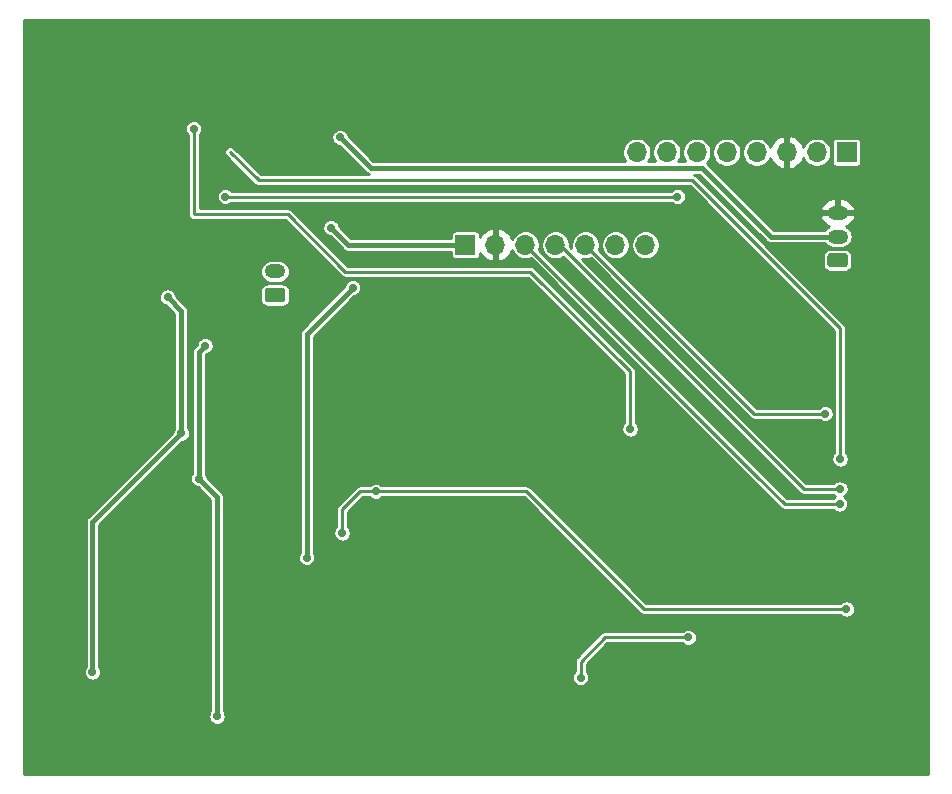
<source format=gbr>
G04 #@! TF.GenerationSoftware,KiCad,Pcbnew,(5.1.9-0-10_14)*
G04 #@! TF.CreationDate,2021-02-25T23:37:31+01:00*
G04 #@! TF.ProjectId,QUino-Dogbox,5155696e-6f2d-4446-9f67-626f782e6b69,C*
G04 #@! TF.SameCoordinates,Original*
G04 #@! TF.FileFunction,Copper,L2,Bot*
G04 #@! TF.FilePolarity,Positive*
%FSLAX46Y46*%
G04 Gerber Fmt 4.6, Leading zero omitted, Abs format (unit mm)*
G04 Created by KiCad (PCBNEW (5.1.9-0-10_14)) date 2021-02-25 23:37:31*
%MOMM*%
%LPD*%
G01*
G04 APERTURE LIST*
G04 #@! TA.AperFunction,ComponentPad*
%ADD10O,1.700000X1.700000*%
G04 #@! TD*
G04 #@! TA.AperFunction,ComponentPad*
%ADD11R,1.700000X1.700000*%
G04 #@! TD*
G04 #@! TA.AperFunction,ComponentPad*
%ADD12O,1.750000X1.200000*%
G04 #@! TD*
G04 #@! TA.AperFunction,ViaPad*
%ADD13C,0.700000*%
G04 #@! TD*
G04 #@! TA.AperFunction,Conductor*
%ADD14C,0.406400*%
G04 #@! TD*
G04 #@! TA.AperFunction,Conductor*
%ADD15C,0.254000*%
G04 #@! TD*
G04 #@! TA.AperFunction,Conductor*
%ADD16C,0.100000*%
G04 #@! TD*
G04 APERTURE END LIST*
D10*
X140106400Y-96202500D03*
X137566400Y-96202500D03*
X135026400Y-96202500D03*
X132486400Y-96202500D03*
X129946400Y-96202500D03*
X127406400Y-96202500D03*
D11*
X124866400Y-96202500D03*
D12*
X108737400Y-98457000D03*
G04 #@! TA.AperFunction,ComponentPad*
G36*
G01*
X109362401Y-101057000D02*
X108112399Y-101057000D01*
G75*
G02*
X107862400Y-100807001I0J249999D01*
G01*
X107862400Y-100106999D01*
G75*
G02*
X108112399Y-99857000I249999J0D01*
G01*
X109362401Y-99857000D01*
G75*
G02*
X109612400Y-100106999I0J-249999D01*
G01*
X109612400Y-100807001D01*
G75*
G02*
X109362401Y-101057000I-249999J0D01*
G01*
G37*
G04 #@! TD.AperFunction*
D11*
X157137100Y-88366600D03*
D10*
X154597100Y-88366600D03*
X152057100Y-88366600D03*
X149517100Y-88366600D03*
X146977100Y-88366600D03*
X144437100Y-88366600D03*
X141897100Y-88366600D03*
X139357100Y-88366600D03*
G04 #@! TA.AperFunction,ComponentPad*
G36*
G01*
X157000101Y-98097900D02*
X155750099Y-98097900D01*
G75*
G02*
X155500100Y-97847901I0J249999D01*
G01*
X155500100Y-97147899D01*
G75*
G02*
X155750099Y-96897900I249999J0D01*
G01*
X157000101Y-96897900D01*
G75*
G02*
X157250100Y-97147899I0J-249999D01*
G01*
X157250100Y-97847901D01*
G75*
G02*
X157000101Y-98097900I-249999J0D01*
G01*
G37*
G04 #@! TD.AperFunction*
D12*
X156375100Y-95497900D03*
X156375100Y-93497900D03*
D13*
X111417100Y-122694700D03*
X115328700Y-99822000D03*
X134607300Y-132842000D03*
X102285800Y-116001800D03*
X103835200Y-136131300D03*
X102819200Y-104749600D03*
X163830000Y-113626900D03*
X87744300Y-101257100D03*
X94640400Y-139217400D03*
X156298900Y-129565400D03*
X99250500Y-134315200D03*
X91973400Y-132359400D03*
X123812300Y-130517900D03*
X138798300Y-111785400D03*
X104533700Y-92125800D03*
X99644200Y-100622100D03*
X117271800Y-117068600D03*
X100799900Y-112153700D03*
X93280100Y-132359400D03*
X101854000Y-86360000D03*
X156578300Y-114325400D03*
X142811500Y-92125800D03*
X143725900Y-129438400D03*
X157111700Y-127038100D03*
X114414300Y-120599200D03*
X113474500Y-94754700D03*
X114244400Y-87092600D03*
X155308300Y-110502700D03*
X156565600Y-116865400D03*
X156552900Y-118135400D03*
D14*
X102285800Y-105283000D02*
X102819200Y-104749600D01*
X102285800Y-116001800D02*
X102285800Y-105283000D01*
X103835200Y-117551200D02*
X102285800Y-116001800D01*
X103835200Y-136131300D02*
X103835200Y-117551200D01*
X111417100Y-103733600D02*
X115328700Y-99822000D01*
X111417100Y-122694700D02*
X111417100Y-103733600D01*
X100799900Y-101777800D02*
X99644200Y-100622100D01*
X100799900Y-112153700D02*
X100799900Y-101777800D01*
X93280100Y-132359400D02*
X93280100Y-119673500D01*
X100799900Y-112153700D02*
X93280100Y-119673500D01*
D15*
X138798300Y-111785400D02*
X138798300Y-106921300D01*
X138798300Y-106921300D02*
X130365500Y-98488500D01*
X101854000Y-93599000D02*
X101854000Y-86360000D01*
X130365500Y-98488500D02*
X114693700Y-98488500D01*
X109804200Y-93599000D02*
X101854000Y-93599000D01*
X114693700Y-98488500D02*
X109804200Y-93599000D01*
X107353100Y-90754200D02*
X144071200Y-90754200D01*
X104938900Y-88340000D02*
X107353100Y-90754200D01*
X156578300Y-103261300D02*
X144071200Y-90754200D01*
X156578300Y-114325400D02*
X156578300Y-103261300D01*
X104533700Y-92125800D02*
X142798800Y-92125800D01*
X143725900Y-129438400D02*
X136652000Y-129438400D01*
X134607300Y-131483100D02*
X134607300Y-132842000D01*
X136652000Y-129438400D02*
X134607300Y-131483100D01*
X139966700Y-127038100D02*
X157111700Y-127038100D01*
X129997200Y-117068600D02*
X139966700Y-127038100D01*
X117271800Y-117068600D02*
X129997200Y-117068600D01*
X117271800Y-117068600D02*
X115938300Y-117068600D01*
X114414300Y-118592600D02*
X114414300Y-120599200D01*
X115938300Y-117068600D02*
X114414300Y-118592600D01*
D14*
X114922300Y-96202500D02*
X113474500Y-94754700D01*
X124866400Y-96202500D02*
X114922300Y-96202500D01*
X116825601Y-89673801D02*
X144880701Y-89673801D01*
X114244400Y-87092600D02*
X116825601Y-89673801D01*
X150704800Y-95497900D02*
X156375100Y-95497900D01*
X144880701Y-89673801D02*
X150704800Y-95497900D01*
D15*
X149326600Y-110502700D02*
X135026400Y-96202500D01*
X155308300Y-110502700D02*
X149326600Y-110502700D01*
X153507282Y-116865400D02*
X132844382Y-96202500D01*
X132844382Y-96202500D02*
X132486400Y-96202500D01*
X156565600Y-116865400D02*
X153507282Y-116865400D01*
X149491700Y-115747800D02*
X129946400Y-96202500D01*
X151879300Y-118135400D02*
X149491700Y-115747800D01*
X156552900Y-118135400D02*
X151879300Y-118135400D01*
X163987001Y-140970000D02*
X87503000Y-140970000D01*
X87503000Y-132287403D01*
X92549100Y-132287403D01*
X92549100Y-132431397D01*
X92577192Y-132572625D01*
X92632296Y-132705658D01*
X92712295Y-132825385D01*
X92814115Y-132927205D01*
X92933842Y-133007204D01*
X93066875Y-133062308D01*
X93208103Y-133090400D01*
X93352097Y-133090400D01*
X93493325Y-133062308D01*
X93626358Y-133007204D01*
X93746085Y-132927205D01*
X93847905Y-132825385D01*
X93927904Y-132705658D01*
X93983008Y-132572625D01*
X94011100Y-132431397D01*
X94011100Y-132287403D01*
X93983008Y-132146175D01*
X93927904Y-132013142D01*
X93864300Y-131917952D01*
X93864300Y-119915483D01*
X97849980Y-115929803D01*
X101554800Y-115929803D01*
X101554800Y-116073797D01*
X101582892Y-116215025D01*
X101637996Y-116348058D01*
X101717995Y-116467785D01*
X101819815Y-116569605D01*
X101939542Y-116649604D01*
X102072575Y-116704708D01*
X102184860Y-116727043D01*
X103251001Y-117793184D01*
X103251000Y-135689852D01*
X103187396Y-135785042D01*
X103132292Y-135918075D01*
X103104200Y-136059303D01*
X103104200Y-136203297D01*
X103132292Y-136344525D01*
X103187396Y-136477558D01*
X103267395Y-136597285D01*
X103369215Y-136699105D01*
X103488942Y-136779104D01*
X103621975Y-136834208D01*
X103763203Y-136862300D01*
X103907197Y-136862300D01*
X104048425Y-136834208D01*
X104181458Y-136779104D01*
X104301185Y-136699105D01*
X104403005Y-136597285D01*
X104483004Y-136477558D01*
X104538108Y-136344525D01*
X104566200Y-136203297D01*
X104566200Y-136059303D01*
X104538108Y-135918075D01*
X104483004Y-135785042D01*
X104419400Y-135689852D01*
X104419400Y-132770003D01*
X133876300Y-132770003D01*
X133876300Y-132913997D01*
X133904392Y-133055225D01*
X133959496Y-133188258D01*
X134039495Y-133307985D01*
X134141315Y-133409805D01*
X134261042Y-133489804D01*
X134394075Y-133544908D01*
X134535303Y-133573000D01*
X134679297Y-133573000D01*
X134820525Y-133544908D01*
X134953558Y-133489804D01*
X135073285Y-133409805D01*
X135175105Y-133307985D01*
X135255104Y-133188258D01*
X135310208Y-133055225D01*
X135338300Y-132913997D01*
X135338300Y-132770003D01*
X135310208Y-132628775D01*
X135255104Y-132495742D01*
X135175105Y-132376015D01*
X135115300Y-132316210D01*
X135115300Y-131693520D01*
X136862421Y-129946400D01*
X143200110Y-129946400D01*
X143259915Y-130006205D01*
X143379642Y-130086204D01*
X143512675Y-130141308D01*
X143653903Y-130169400D01*
X143797897Y-130169400D01*
X143939125Y-130141308D01*
X144072158Y-130086204D01*
X144191885Y-130006205D01*
X144293705Y-129904385D01*
X144373704Y-129784658D01*
X144428808Y-129651625D01*
X144456900Y-129510397D01*
X144456900Y-129366403D01*
X144428808Y-129225175D01*
X144373704Y-129092142D01*
X144293705Y-128972415D01*
X144191885Y-128870595D01*
X144072158Y-128790596D01*
X143939125Y-128735492D01*
X143797897Y-128707400D01*
X143653903Y-128707400D01*
X143512675Y-128735492D01*
X143379642Y-128790596D01*
X143259915Y-128870595D01*
X143200110Y-128930400D01*
X136676943Y-128930400D01*
X136651999Y-128927943D01*
X136627055Y-128930400D01*
X136627053Y-128930400D01*
X136552415Y-128937751D01*
X136456657Y-128966799D01*
X136456655Y-128966800D01*
X136368404Y-129013971D01*
X136313810Y-129058776D01*
X136291052Y-129077452D01*
X136275150Y-129096829D01*
X134265735Y-131106245D01*
X134246352Y-131122152D01*
X134182871Y-131199505D01*
X134135699Y-131287758D01*
X134106651Y-131383516D01*
X134099300Y-131458153D01*
X134096843Y-131483100D01*
X134099300Y-131508045D01*
X134099301Y-132316209D01*
X134039495Y-132376015D01*
X133959496Y-132495742D01*
X133904392Y-132628775D01*
X133876300Y-132770003D01*
X104419400Y-132770003D01*
X104419400Y-122622703D01*
X110686100Y-122622703D01*
X110686100Y-122766697D01*
X110714192Y-122907925D01*
X110769296Y-123040958D01*
X110849295Y-123160685D01*
X110951115Y-123262505D01*
X111070842Y-123342504D01*
X111203875Y-123397608D01*
X111345103Y-123425700D01*
X111489097Y-123425700D01*
X111630325Y-123397608D01*
X111763358Y-123342504D01*
X111883085Y-123262505D01*
X111984905Y-123160685D01*
X112064904Y-123040958D01*
X112120008Y-122907925D01*
X112148100Y-122766697D01*
X112148100Y-122622703D01*
X112120008Y-122481475D01*
X112064904Y-122348442D01*
X112001300Y-122253252D01*
X112001300Y-120527203D01*
X113683300Y-120527203D01*
X113683300Y-120671197D01*
X113711392Y-120812425D01*
X113766496Y-120945458D01*
X113846495Y-121065185D01*
X113948315Y-121167005D01*
X114068042Y-121247004D01*
X114201075Y-121302108D01*
X114342303Y-121330200D01*
X114486297Y-121330200D01*
X114627525Y-121302108D01*
X114760558Y-121247004D01*
X114880285Y-121167005D01*
X114982105Y-121065185D01*
X115062104Y-120945458D01*
X115117208Y-120812425D01*
X115145300Y-120671197D01*
X115145300Y-120527203D01*
X115117208Y-120385975D01*
X115062104Y-120252942D01*
X114982105Y-120133215D01*
X114922300Y-120073410D01*
X114922300Y-118803020D01*
X116148721Y-117576600D01*
X116746010Y-117576600D01*
X116805815Y-117636405D01*
X116925542Y-117716404D01*
X117058575Y-117771508D01*
X117199803Y-117799600D01*
X117343797Y-117799600D01*
X117485025Y-117771508D01*
X117618058Y-117716404D01*
X117737785Y-117636405D01*
X117797590Y-117576600D01*
X129786780Y-117576600D01*
X139589850Y-127379671D01*
X139605752Y-127399048D01*
X139625129Y-127414950D01*
X139683104Y-127462529D01*
X139730276Y-127487743D01*
X139771357Y-127509701D01*
X139867115Y-127538749D01*
X139941753Y-127546100D01*
X139941755Y-127546100D01*
X139966699Y-127548557D01*
X139991643Y-127546100D01*
X156585910Y-127546100D01*
X156645715Y-127605905D01*
X156765442Y-127685904D01*
X156898475Y-127741008D01*
X157039703Y-127769100D01*
X157183697Y-127769100D01*
X157324925Y-127741008D01*
X157457958Y-127685904D01*
X157577685Y-127605905D01*
X157679505Y-127504085D01*
X157759504Y-127384358D01*
X157814608Y-127251325D01*
X157842700Y-127110097D01*
X157842700Y-126966103D01*
X157814608Y-126824875D01*
X157759504Y-126691842D01*
X157679505Y-126572115D01*
X157577685Y-126470295D01*
X157457958Y-126390296D01*
X157324925Y-126335192D01*
X157183697Y-126307100D01*
X157039703Y-126307100D01*
X156898475Y-126335192D01*
X156765442Y-126390296D01*
X156645715Y-126470295D01*
X156585910Y-126530100D01*
X140177121Y-126530100D01*
X130374055Y-116727035D01*
X130358148Y-116707652D01*
X130280795Y-116644171D01*
X130192543Y-116596999D01*
X130096785Y-116567951D01*
X130022147Y-116560600D01*
X130022144Y-116560600D01*
X129997200Y-116558143D01*
X129972256Y-116560600D01*
X117797590Y-116560600D01*
X117737785Y-116500795D01*
X117618058Y-116420796D01*
X117485025Y-116365692D01*
X117343797Y-116337600D01*
X117199803Y-116337600D01*
X117058575Y-116365692D01*
X116925542Y-116420796D01*
X116805815Y-116500795D01*
X116746010Y-116560600D01*
X115963243Y-116560600D01*
X115938299Y-116558143D01*
X115913355Y-116560600D01*
X115913353Y-116560600D01*
X115838715Y-116567951D01*
X115742957Y-116596999D01*
X115742955Y-116597000D01*
X115654704Y-116644171D01*
X115623162Y-116670057D01*
X115577352Y-116707652D01*
X115561450Y-116727029D01*
X114072735Y-118215745D01*
X114053352Y-118231652D01*
X113989871Y-118309005D01*
X113942699Y-118397258D01*
X113913651Y-118493016D01*
X113911757Y-118512250D01*
X113903843Y-118592600D01*
X113906300Y-118617544D01*
X113906301Y-120073409D01*
X113846495Y-120133215D01*
X113766496Y-120252942D01*
X113711392Y-120385975D01*
X113683300Y-120527203D01*
X112001300Y-120527203D01*
X112001300Y-103975583D01*
X115429641Y-100547243D01*
X115541925Y-100524908D01*
X115674958Y-100469804D01*
X115794685Y-100389805D01*
X115896505Y-100287985D01*
X115976504Y-100168258D01*
X116031608Y-100035225D01*
X116059700Y-99893997D01*
X116059700Y-99750003D01*
X116031608Y-99608775D01*
X115976504Y-99475742D01*
X115896505Y-99356015D01*
X115794685Y-99254195D01*
X115674958Y-99174196D01*
X115541925Y-99119092D01*
X115400697Y-99091000D01*
X115256703Y-99091000D01*
X115115475Y-99119092D01*
X114982442Y-99174196D01*
X114862715Y-99254195D01*
X114760895Y-99356015D01*
X114680896Y-99475742D01*
X114625792Y-99608775D01*
X114603457Y-99721059D01*
X111024295Y-103300222D01*
X111002011Y-103318510D01*
X110983723Y-103340794D01*
X110983720Y-103340797D01*
X110967236Y-103360884D01*
X110929007Y-103407466D01*
X110902721Y-103456643D01*
X110874759Y-103508956D01*
X110841354Y-103619077D01*
X110830075Y-103733600D01*
X110832901Y-103762294D01*
X110832900Y-122253252D01*
X110769296Y-122348442D01*
X110714192Y-122481475D01*
X110686100Y-122622703D01*
X104419400Y-122622703D01*
X104419400Y-117579881D01*
X104422225Y-117551199D01*
X104419400Y-117522517D01*
X104419400Y-117522508D01*
X104410946Y-117436677D01*
X104377541Y-117326555D01*
X104323294Y-117225066D01*
X104250290Y-117136110D01*
X104228001Y-117117818D01*
X103011043Y-115900860D01*
X102988708Y-115788575D01*
X102933604Y-115655542D01*
X102870000Y-115560352D01*
X102870000Y-105524983D01*
X102920141Y-105474843D01*
X103032425Y-105452508D01*
X103165458Y-105397404D01*
X103285185Y-105317405D01*
X103387005Y-105215585D01*
X103467004Y-105095858D01*
X103522108Y-104962825D01*
X103550200Y-104821597D01*
X103550200Y-104677603D01*
X103522108Y-104536375D01*
X103467004Y-104403342D01*
X103387005Y-104283615D01*
X103285185Y-104181795D01*
X103165458Y-104101796D01*
X103032425Y-104046692D01*
X102891197Y-104018600D01*
X102747203Y-104018600D01*
X102605975Y-104046692D01*
X102472942Y-104101796D01*
X102353215Y-104181795D01*
X102251395Y-104283615D01*
X102171396Y-104403342D01*
X102116292Y-104536375D01*
X102093957Y-104648659D01*
X101892994Y-104849623D01*
X101870711Y-104867910D01*
X101852423Y-104890194D01*
X101852420Y-104890197D01*
X101829145Y-104918558D01*
X101797707Y-104956866D01*
X101794522Y-104962825D01*
X101743459Y-105058356D01*
X101710054Y-105168477D01*
X101698775Y-105283000D01*
X101701601Y-105311694D01*
X101701600Y-115560352D01*
X101637996Y-115655542D01*
X101582892Y-115788575D01*
X101554800Y-115929803D01*
X97849980Y-115929803D01*
X100900840Y-112878943D01*
X101013125Y-112856608D01*
X101146158Y-112801504D01*
X101265885Y-112721505D01*
X101367705Y-112619685D01*
X101447704Y-112499958D01*
X101502808Y-112366925D01*
X101530900Y-112225697D01*
X101530900Y-112081703D01*
X101502808Y-111940475D01*
X101447704Y-111807442D01*
X101384100Y-111712252D01*
X101384100Y-101806492D01*
X101386926Y-101777800D01*
X101375646Y-101663277D01*
X101342241Y-101553155D01*
X101287994Y-101451666D01*
X101233280Y-101384996D01*
X101233278Y-101384994D01*
X101214990Y-101362710D01*
X101192706Y-101344422D01*
X100369443Y-100521160D01*
X100347108Y-100408875D01*
X100292004Y-100275842D01*
X100212005Y-100156115D01*
X100162889Y-100106999D01*
X107479557Y-100106999D01*
X107479557Y-100807001D01*
X107491717Y-100930462D01*
X107527729Y-101049179D01*
X107586210Y-101158589D01*
X107664912Y-101254488D01*
X107760811Y-101333190D01*
X107870221Y-101391671D01*
X107988938Y-101427683D01*
X108112399Y-101439843D01*
X109362401Y-101439843D01*
X109485862Y-101427683D01*
X109604579Y-101391671D01*
X109713989Y-101333190D01*
X109809888Y-101254488D01*
X109888590Y-101158589D01*
X109947071Y-101049179D01*
X109983083Y-100930462D01*
X109995243Y-100807001D01*
X109995243Y-100106999D01*
X109983083Y-99983538D01*
X109947071Y-99864821D01*
X109888590Y-99755411D01*
X109809888Y-99659512D01*
X109713989Y-99580810D01*
X109604579Y-99522329D01*
X109485862Y-99486317D01*
X109362401Y-99474157D01*
X108112399Y-99474157D01*
X107988938Y-99486317D01*
X107870221Y-99522329D01*
X107760811Y-99580810D01*
X107664912Y-99659512D01*
X107586210Y-99755411D01*
X107527729Y-99864821D01*
X107491717Y-99983538D01*
X107479557Y-100106999D01*
X100162889Y-100106999D01*
X100110185Y-100054295D01*
X99990458Y-99974296D01*
X99857425Y-99919192D01*
X99716197Y-99891100D01*
X99572203Y-99891100D01*
X99430975Y-99919192D01*
X99297942Y-99974296D01*
X99178215Y-100054295D01*
X99076395Y-100156115D01*
X98996396Y-100275842D01*
X98941292Y-100408875D01*
X98913200Y-100550103D01*
X98913200Y-100694097D01*
X98941292Y-100835325D01*
X98996396Y-100968358D01*
X99076395Y-101088085D01*
X99178215Y-101189905D01*
X99297942Y-101269904D01*
X99430975Y-101325008D01*
X99543260Y-101347343D01*
X100215701Y-102019785D01*
X100215700Y-111712252D01*
X100152096Y-111807442D01*
X100096992Y-111940475D01*
X100074657Y-112052760D01*
X92887295Y-119240122D01*
X92865011Y-119258410D01*
X92846723Y-119280694D01*
X92846720Y-119280697D01*
X92823445Y-119309058D01*
X92792007Y-119347366D01*
X92763011Y-119401614D01*
X92737759Y-119448856D01*
X92704354Y-119558977D01*
X92693075Y-119673500D01*
X92695901Y-119702194D01*
X92695900Y-131917952D01*
X92632296Y-132013142D01*
X92577192Y-132146175D01*
X92549100Y-132287403D01*
X87503000Y-132287403D01*
X87503000Y-98457000D01*
X107476654Y-98457000D01*
X107495595Y-98649310D01*
X107551689Y-98834229D01*
X107642782Y-99004651D01*
X107765372Y-99154028D01*
X107914749Y-99276618D01*
X108085171Y-99367711D01*
X108270090Y-99423805D01*
X108414213Y-99438000D01*
X109060587Y-99438000D01*
X109204710Y-99423805D01*
X109389629Y-99367711D01*
X109560051Y-99276618D01*
X109709428Y-99154028D01*
X109832018Y-99004651D01*
X109923111Y-98834229D01*
X109979205Y-98649310D01*
X109998146Y-98457000D01*
X109979205Y-98264690D01*
X109923111Y-98079771D01*
X109832018Y-97909349D01*
X109709428Y-97759972D01*
X109560051Y-97637382D01*
X109389629Y-97546289D01*
X109204710Y-97490195D01*
X109060587Y-97476000D01*
X108414213Y-97476000D01*
X108270090Y-97490195D01*
X108085171Y-97546289D01*
X107914749Y-97637382D01*
X107765372Y-97759972D01*
X107642782Y-97909349D01*
X107551689Y-98079771D01*
X107495595Y-98264690D01*
X107476654Y-98457000D01*
X87503000Y-98457000D01*
X87503000Y-86288003D01*
X101123000Y-86288003D01*
X101123000Y-86431997D01*
X101151092Y-86573225D01*
X101206196Y-86706258D01*
X101286195Y-86825985D01*
X101346001Y-86885791D01*
X101346000Y-93574053D01*
X101343543Y-93599000D01*
X101353351Y-93698585D01*
X101382399Y-93794343D01*
X101393713Y-93815509D01*
X101429571Y-93882595D01*
X101493052Y-93959948D01*
X101570405Y-94023429D01*
X101658657Y-94070601D01*
X101754415Y-94099649D01*
X101854000Y-94109457D01*
X101878947Y-94107000D01*
X109593780Y-94107000D01*
X114316849Y-98830070D01*
X114332752Y-98849448D01*
X114352129Y-98865350D01*
X114410104Y-98912929D01*
X114498355Y-98960100D01*
X114498357Y-98960101D01*
X114594115Y-98989149D01*
X114668753Y-98996500D01*
X114668755Y-98996500D01*
X114693699Y-98998957D01*
X114718643Y-98996500D01*
X130155080Y-98996500D01*
X138290301Y-107131722D01*
X138290300Y-111259610D01*
X138230495Y-111319415D01*
X138150496Y-111439142D01*
X138095392Y-111572175D01*
X138067300Y-111713403D01*
X138067300Y-111857397D01*
X138095392Y-111998625D01*
X138150496Y-112131658D01*
X138230495Y-112251385D01*
X138332315Y-112353205D01*
X138452042Y-112433204D01*
X138585075Y-112488308D01*
X138726303Y-112516400D01*
X138870297Y-112516400D01*
X139011525Y-112488308D01*
X139144558Y-112433204D01*
X139264285Y-112353205D01*
X139366105Y-112251385D01*
X139446104Y-112131658D01*
X139501208Y-111998625D01*
X139529300Y-111857397D01*
X139529300Y-111713403D01*
X139501208Y-111572175D01*
X139446104Y-111439142D01*
X139366105Y-111319415D01*
X139306300Y-111259610D01*
X139306300Y-106946243D01*
X139308757Y-106921299D01*
X139306300Y-106896353D01*
X139298949Y-106821715D01*
X139269901Y-106725957D01*
X139247943Y-106684876D01*
X139222729Y-106637704D01*
X139175150Y-106579729D01*
X139159248Y-106560352D01*
X139139871Y-106544450D01*
X130742355Y-98146935D01*
X130726448Y-98127552D01*
X130649095Y-98064071D01*
X130560843Y-98016899D01*
X130465085Y-97987851D01*
X130390447Y-97980500D01*
X130390444Y-97980500D01*
X130365500Y-97978043D01*
X130340556Y-97980500D01*
X114904121Y-97980500D01*
X111606324Y-94682703D01*
X112743500Y-94682703D01*
X112743500Y-94826697D01*
X112771592Y-94967925D01*
X112826696Y-95100958D01*
X112906695Y-95220685D01*
X113008515Y-95322505D01*
X113128242Y-95402504D01*
X113261275Y-95457608D01*
X113373560Y-95479943D01*
X114488918Y-96595301D01*
X114507210Y-96617590D01*
X114596166Y-96690594D01*
X114697655Y-96744841D01*
X114807777Y-96778246D01*
X114893608Y-96786700D01*
X114893617Y-96786700D01*
X114922299Y-96789525D01*
X114950981Y-96786700D01*
X123633557Y-96786700D01*
X123633557Y-97052500D01*
X123640913Y-97127189D01*
X123662699Y-97199008D01*
X123698078Y-97265196D01*
X123745689Y-97323211D01*
X123803704Y-97370822D01*
X123869892Y-97406201D01*
X123941711Y-97427987D01*
X124016400Y-97435343D01*
X125716400Y-97435343D01*
X125791089Y-97427987D01*
X125862908Y-97406201D01*
X125929096Y-97370822D01*
X125987111Y-97323211D01*
X126034722Y-97265196D01*
X126070101Y-97199008D01*
X126091887Y-97127189D01*
X126099243Y-97052500D01*
X126099243Y-96895867D01*
X126211222Y-97083855D01*
X126406131Y-97300088D01*
X126639480Y-97474141D01*
X126902301Y-97599325D01*
X127049510Y-97643976D01*
X127279400Y-97522655D01*
X127279400Y-96329500D01*
X127259400Y-96329500D01*
X127259400Y-96075500D01*
X127279400Y-96075500D01*
X127279400Y-94882345D01*
X127533400Y-94882345D01*
X127533400Y-96075500D01*
X127553400Y-96075500D01*
X127553400Y-96329500D01*
X127533400Y-96329500D01*
X127533400Y-97522655D01*
X127763290Y-97643976D01*
X127910499Y-97599325D01*
X128173320Y-97474141D01*
X128406669Y-97300088D01*
X128601578Y-97083855D01*
X128750557Y-96833752D01*
X128808172Y-96671332D01*
X128855502Y-96785597D01*
X128990220Y-96987217D01*
X129161683Y-97158680D01*
X129363303Y-97293398D01*
X129587331Y-97386193D01*
X129825157Y-97433500D01*
X130067643Y-97433500D01*
X130305469Y-97386193D01*
X130380567Y-97355087D01*
X149150129Y-116124650D01*
X151502450Y-118476971D01*
X151518352Y-118496348D01*
X151537729Y-118512250D01*
X151595704Y-118559829D01*
X151673450Y-118601385D01*
X151683957Y-118607001D01*
X151779715Y-118636049D01*
X151854353Y-118643400D01*
X151854355Y-118643400D01*
X151879299Y-118645857D01*
X151904243Y-118643400D01*
X156027110Y-118643400D01*
X156086915Y-118703205D01*
X156206642Y-118783204D01*
X156339675Y-118838308D01*
X156480903Y-118866400D01*
X156624897Y-118866400D01*
X156766125Y-118838308D01*
X156899158Y-118783204D01*
X157018885Y-118703205D01*
X157120705Y-118601385D01*
X157200704Y-118481658D01*
X157255808Y-118348625D01*
X157283900Y-118207397D01*
X157283900Y-118063403D01*
X157255808Y-117922175D01*
X157200704Y-117789142D01*
X157120705Y-117669415D01*
X157018885Y-117567595D01*
X156924671Y-117504643D01*
X157031585Y-117433205D01*
X157133405Y-117331385D01*
X157213404Y-117211658D01*
X157268508Y-117078625D01*
X157296600Y-116937397D01*
X157296600Y-116793403D01*
X157268508Y-116652175D01*
X157213404Y-116519142D01*
X157133405Y-116399415D01*
X157031585Y-116297595D01*
X156911858Y-116217596D01*
X156778825Y-116162492D01*
X156637597Y-116134400D01*
X156493603Y-116134400D01*
X156352375Y-116162492D01*
X156219342Y-116217596D01*
X156099615Y-116297595D01*
X156039810Y-116357400D01*
X153717703Y-116357400D01*
X134766152Y-97405850D01*
X134905157Y-97433500D01*
X135147643Y-97433500D01*
X135385469Y-97386193D01*
X135460567Y-97355087D01*
X148949745Y-110844265D01*
X148965652Y-110863648D01*
X149043005Y-110927129D01*
X149131257Y-110974301D01*
X149227015Y-111003349D01*
X149301653Y-111010700D01*
X149301656Y-111010700D01*
X149326600Y-111013157D01*
X149351544Y-111010700D01*
X154782510Y-111010700D01*
X154842315Y-111070505D01*
X154962042Y-111150504D01*
X155095075Y-111205608D01*
X155236303Y-111233700D01*
X155380297Y-111233700D01*
X155521525Y-111205608D01*
X155654558Y-111150504D01*
X155774285Y-111070505D01*
X155876105Y-110968685D01*
X155956104Y-110848958D01*
X156011208Y-110715925D01*
X156039300Y-110574697D01*
X156039300Y-110430703D01*
X156011208Y-110289475D01*
X155956104Y-110156442D01*
X155876105Y-110036715D01*
X155774285Y-109934895D01*
X155654558Y-109854896D01*
X155521525Y-109799792D01*
X155380297Y-109771700D01*
X155236303Y-109771700D01*
X155095075Y-109799792D01*
X154962042Y-109854896D01*
X154842315Y-109934895D01*
X154782510Y-109994700D01*
X149537020Y-109994700D01*
X136178987Y-96636667D01*
X136210093Y-96561569D01*
X136257400Y-96323743D01*
X136257400Y-96081257D01*
X136335400Y-96081257D01*
X136335400Y-96323743D01*
X136382707Y-96561569D01*
X136475502Y-96785597D01*
X136610220Y-96987217D01*
X136781683Y-97158680D01*
X136983303Y-97293398D01*
X137207331Y-97386193D01*
X137445157Y-97433500D01*
X137687643Y-97433500D01*
X137925469Y-97386193D01*
X138149497Y-97293398D01*
X138351117Y-97158680D01*
X138522580Y-96987217D01*
X138657298Y-96785597D01*
X138750093Y-96561569D01*
X138797400Y-96323743D01*
X138797400Y-96081257D01*
X138875400Y-96081257D01*
X138875400Y-96323743D01*
X138922707Y-96561569D01*
X139015502Y-96785597D01*
X139150220Y-96987217D01*
X139321683Y-97158680D01*
X139523303Y-97293398D01*
X139747331Y-97386193D01*
X139985157Y-97433500D01*
X140227643Y-97433500D01*
X140465469Y-97386193D01*
X140689497Y-97293398D01*
X140891117Y-97158680D01*
X141062580Y-96987217D01*
X141197298Y-96785597D01*
X141290093Y-96561569D01*
X141337400Y-96323743D01*
X141337400Y-96081257D01*
X141290093Y-95843431D01*
X141197298Y-95619403D01*
X141062580Y-95417783D01*
X140891117Y-95246320D01*
X140689497Y-95111602D01*
X140465469Y-95018807D01*
X140227643Y-94971500D01*
X139985157Y-94971500D01*
X139747331Y-95018807D01*
X139523303Y-95111602D01*
X139321683Y-95246320D01*
X139150220Y-95417783D01*
X139015502Y-95619403D01*
X138922707Y-95843431D01*
X138875400Y-96081257D01*
X138797400Y-96081257D01*
X138750093Y-95843431D01*
X138657298Y-95619403D01*
X138522580Y-95417783D01*
X138351117Y-95246320D01*
X138149497Y-95111602D01*
X137925469Y-95018807D01*
X137687643Y-94971500D01*
X137445157Y-94971500D01*
X137207331Y-95018807D01*
X136983303Y-95111602D01*
X136781683Y-95246320D01*
X136610220Y-95417783D01*
X136475502Y-95619403D01*
X136382707Y-95843431D01*
X136335400Y-96081257D01*
X136257400Y-96081257D01*
X136210093Y-95843431D01*
X136117298Y-95619403D01*
X135982580Y-95417783D01*
X135811117Y-95246320D01*
X135609497Y-95111602D01*
X135385469Y-95018807D01*
X135147643Y-94971500D01*
X134905157Y-94971500D01*
X134667331Y-95018807D01*
X134443303Y-95111602D01*
X134241683Y-95246320D01*
X134070220Y-95417783D01*
X133935502Y-95619403D01*
X133842707Y-95843431D01*
X133795400Y-96081257D01*
X133795400Y-96323743D01*
X133823050Y-96462748D01*
X133711866Y-96351564D01*
X133717400Y-96323743D01*
X133717400Y-96081257D01*
X133670093Y-95843431D01*
X133577298Y-95619403D01*
X133442580Y-95417783D01*
X133271117Y-95246320D01*
X133069497Y-95111602D01*
X132845469Y-95018807D01*
X132607643Y-94971500D01*
X132365157Y-94971500D01*
X132127331Y-95018807D01*
X131903303Y-95111602D01*
X131701683Y-95246320D01*
X131530220Y-95417783D01*
X131395502Y-95619403D01*
X131302707Y-95843431D01*
X131255400Y-96081257D01*
X131255400Y-96323743D01*
X131302707Y-96561569D01*
X131395502Y-96785597D01*
X131530220Y-96987217D01*
X131701683Y-97158680D01*
X131903303Y-97293398D01*
X132127331Y-97386193D01*
X132365157Y-97433500D01*
X132607643Y-97433500D01*
X132845469Y-97386193D01*
X133069497Y-97293398D01*
X133157835Y-97234373D01*
X153130432Y-117206971D01*
X153146334Y-117226348D01*
X153165711Y-117242250D01*
X153223686Y-117289829D01*
X153292394Y-117326554D01*
X153311939Y-117337001D01*
X153407697Y-117366049D01*
X153482335Y-117373400D01*
X153482337Y-117373400D01*
X153507281Y-117375857D01*
X153532225Y-117373400D01*
X156039810Y-117373400D01*
X156099615Y-117433205D01*
X156193829Y-117496157D01*
X156086915Y-117567595D01*
X156027110Y-117627400D01*
X152089721Y-117627400D01*
X149868550Y-115406229D01*
X131098987Y-96636667D01*
X131130093Y-96561569D01*
X131177400Y-96323743D01*
X131177400Y-96081257D01*
X131130093Y-95843431D01*
X131037298Y-95619403D01*
X130902580Y-95417783D01*
X130731117Y-95246320D01*
X130529497Y-95111602D01*
X130305469Y-95018807D01*
X130067643Y-94971500D01*
X129825157Y-94971500D01*
X129587331Y-95018807D01*
X129363303Y-95111602D01*
X129161683Y-95246320D01*
X128990220Y-95417783D01*
X128855502Y-95619403D01*
X128808172Y-95733668D01*
X128750557Y-95571248D01*
X128601578Y-95321145D01*
X128406669Y-95104912D01*
X128173320Y-94930859D01*
X127910499Y-94805675D01*
X127763290Y-94761024D01*
X127533400Y-94882345D01*
X127279400Y-94882345D01*
X127049510Y-94761024D01*
X126902301Y-94805675D01*
X126639480Y-94930859D01*
X126406131Y-95104912D01*
X126211222Y-95321145D01*
X126099243Y-95509133D01*
X126099243Y-95352500D01*
X126091887Y-95277811D01*
X126070101Y-95205992D01*
X126034722Y-95139804D01*
X125987111Y-95081789D01*
X125929096Y-95034178D01*
X125862908Y-94998799D01*
X125791089Y-94977013D01*
X125716400Y-94969657D01*
X124016400Y-94969657D01*
X123941711Y-94977013D01*
X123869892Y-94998799D01*
X123803704Y-95034178D01*
X123745689Y-95081789D01*
X123698078Y-95139804D01*
X123662699Y-95205992D01*
X123640913Y-95277811D01*
X123633557Y-95352500D01*
X123633557Y-95618300D01*
X115164283Y-95618300D01*
X114199743Y-94653760D01*
X114177408Y-94541475D01*
X114122304Y-94408442D01*
X114042305Y-94288715D01*
X113940485Y-94186895D01*
X113820758Y-94106896D01*
X113687725Y-94051792D01*
X113546497Y-94023700D01*
X113402503Y-94023700D01*
X113261275Y-94051792D01*
X113128242Y-94106896D01*
X113008515Y-94186895D01*
X112906695Y-94288715D01*
X112826696Y-94408442D01*
X112771592Y-94541475D01*
X112743500Y-94682703D01*
X111606324Y-94682703D01*
X110181055Y-93257435D01*
X110165148Y-93238052D01*
X110087795Y-93174571D01*
X109999543Y-93127399D01*
X109903785Y-93098351D01*
X109829147Y-93091000D01*
X109829144Y-93091000D01*
X109804200Y-93088543D01*
X109779256Y-93091000D01*
X102362000Y-93091000D01*
X102362000Y-92053803D01*
X103802700Y-92053803D01*
X103802700Y-92197797D01*
X103830792Y-92339025D01*
X103885896Y-92472058D01*
X103965895Y-92591785D01*
X104067715Y-92693605D01*
X104187442Y-92773604D01*
X104320475Y-92828708D01*
X104461703Y-92856800D01*
X104605697Y-92856800D01*
X104746925Y-92828708D01*
X104879958Y-92773604D01*
X104999685Y-92693605D01*
X105059490Y-92633800D01*
X142285710Y-92633800D01*
X142345515Y-92693605D01*
X142465242Y-92773604D01*
X142598275Y-92828708D01*
X142739503Y-92856800D01*
X142883497Y-92856800D01*
X143024725Y-92828708D01*
X143157758Y-92773604D01*
X143277485Y-92693605D01*
X143379305Y-92591785D01*
X143459304Y-92472058D01*
X143514408Y-92339025D01*
X143542500Y-92197797D01*
X143542500Y-92053803D01*
X143514408Y-91912575D01*
X143459304Y-91779542D01*
X143379305Y-91659815D01*
X143277485Y-91557995D01*
X143157758Y-91477996D01*
X143024725Y-91422892D01*
X142883497Y-91394800D01*
X142739503Y-91394800D01*
X142598275Y-91422892D01*
X142465242Y-91477996D01*
X142345515Y-91557995D01*
X142285710Y-91617800D01*
X105059490Y-91617800D01*
X104999685Y-91557995D01*
X104879958Y-91477996D01*
X104746925Y-91422892D01*
X104605697Y-91394800D01*
X104461703Y-91394800D01*
X104320475Y-91422892D01*
X104187442Y-91477996D01*
X104067715Y-91557995D01*
X103965895Y-91659815D01*
X103885896Y-91779542D01*
X103830792Y-91912575D01*
X103802700Y-92053803D01*
X102362000Y-92053803D01*
X102362000Y-88340000D01*
X104428443Y-88340000D01*
X104438252Y-88439584D01*
X104467300Y-88535343D01*
X104514471Y-88623595D01*
X104562050Y-88681570D01*
X106976249Y-91095770D01*
X106992152Y-91115148D01*
X107011529Y-91131050D01*
X107069504Y-91178629D01*
X107157755Y-91225800D01*
X107157757Y-91225801D01*
X107253515Y-91254849D01*
X107328153Y-91262200D01*
X107328155Y-91262200D01*
X107353099Y-91264657D01*
X107378043Y-91262200D01*
X143860780Y-91262200D01*
X156070301Y-103471722D01*
X156070300Y-113799610D01*
X156010495Y-113859415D01*
X155930496Y-113979142D01*
X155875392Y-114112175D01*
X155847300Y-114253403D01*
X155847300Y-114397397D01*
X155875392Y-114538625D01*
X155930496Y-114671658D01*
X156010495Y-114791385D01*
X156112315Y-114893205D01*
X156232042Y-114973204D01*
X156365075Y-115028308D01*
X156506303Y-115056400D01*
X156650297Y-115056400D01*
X156791525Y-115028308D01*
X156924558Y-114973204D01*
X157044285Y-114893205D01*
X157146105Y-114791385D01*
X157226104Y-114671658D01*
X157281208Y-114538625D01*
X157309300Y-114397397D01*
X157309300Y-114253403D01*
X157281208Y-114112175D01*
X157226104Y-113979142D01*
X157146105Y-113859415D01*
X157086300Y-113799610D01*
X157086300Y-103286243D01*
X157088757Y-103261299D01*
X157086300Y-103236353D01*
X157078949Y-103161715D01*
X157049901Y-103065957D01*
X157049900Y-103065955D01*
X157002729Y-102977704D01*
X156955150Y-102919729D01*
X156939248Y-102900352D01*
X156919871Y-102884450D01*
X151183320Y-97147899D01*
X155117257Y-97147899D01*
X155117257Y-97847901D01*
X155129417Y-97971362D01*
X155165429Y-98090079D01*
X155223910Y-98199489D01*
X155302612Y-98295388D01*
X155398511Y-98374090D01*
X155507921Y-98432571D01*
X155626638Y-98468583D01*
X155750099Y-98480743D01*
X157000101Y-98480743D01*
X157123562Y-98468583D01*
X157242279Y-98432571D01*
X157351689Y-98374090D01*
X157447588Y-98295388D01*
X157526290Y-98199489D01*
X157584771Y-98090079D01*
X157620783Y-97971362D01*
X157632943Y-97847901D01*
X157632943Y-97147899D01*
X157620783Y-97024438D01*
X157584771Y-96905721D01*
X157526290Y-96796311D01*
X157447588Y-96700412D01*
X157351689Y-96621710D01*
X157242279Y-96563229D01*
X157123562Y-96527217D01*
X157000101Y-96515057D01*
X155750099Y-96515057D01*
X155626638Y-96527217D01*
X155507921Y-96563229D01*
X155398511Y-96621710D01*
X155302612Y-96700412D01*
X155223910Y-96796311D01*
X155165429Y-96905721D01*
X155129417Y-97024438D01*
X155117257Y-97147899D01*
X151183320Y-97147899D01*
X144448055Y-90412635D01*
X144432148Y-90393252D01*
X144354795Y-90329771D01*
X144266543Y-90282599D01*
X144185455Y-90258001D01*
X144638718Y-90258001D01*
X150271422Y-95890706D01*
X150289710Y-95912990D01*
X150311994Y-95931278D01*
X150311996Y-95931280D01*
X150378666Y-95985994D01*
X150480155Y-96040241D01*
X150590277Y-96073646D01*
X150667550Y-96081257D01*
X150704800Y-96084926D01*
X150733492Y-96082100D01*
X155310477Y-96082100D01*
X155403072Y-96194928D01*
X155552449Y-96317518D01*
X155722871Y-96408611D01*
X155907790Y-96464705D01*
X156051913Y-96478900D01*
X156698287Y-96478900D01*
X156842410Y-96464705D01*
X157027329Y-96408611D01*
X157197751Y-96317518D01*
X157347128Y-96194928D01*
X157469718Y-96045551D01*
X157560811Y-95875129D01*
X157616905Y-95690210D01*
X157635846Y-95497900D01*
X157616905Y-95305590D01*
X157560811Y-95120671D01*
X157469718Y-94950249D01*
X157347128Y-94800872D01*
X157197751Y-94678282D01*
X157124086Y-94638907D01*
X157240046Y-94590290D01*
X157441825Y-94454207D01*
X157613178Y-94281374D01*
X157747521Y-94078433D01*
X157839691Y-93853182D01*
X157843562Y-93815509D01*
X157718831Y-93624900D01*
X156502100Y-93624900D01*
X156502100Y-93644900D01*
X156248100Y-93644900D01*
X156248100Y-93624900D01*
X155031369Y-93624900D01*
X154906638Y-93815509D01*
X154910509Y-93853182D01*
X155002679Y-94078433D01*
X155137022Y-94281374D01*
X155308375Y-94454207D01*
X155510154Y-94590290D01*
X155626114Y-94638907D01*
X155552449Y-94678282D01*
X155403072Y-94800872D01*
X155310477Y-94913700D01*
X150946784Y-94913700D01*
X149213375Y-93180291D01*
X154906638Y-93180291D01*
X155031369Y-93370900D01*
X156248100Y-93370900D01*
X156248100Y-92262900D01*
X156502100Y-92262900D01*
X156502100Y-93370900D01*
X157718831Y-93370900D01*
X157843562Y-93180291D01*
X157839691Y-93142618D01*
X157747521Y-92917367D01*
X157613178Y-92714426D01*
X157441825Y-92541593D01*
X157240046Y-92405510D01*
X157015596Y-92311407D01*
X156777100Y-92262900D01*
X156502100Y-92262900D01*
X156248100Y-92262900D01*
X155973100Y-92262900D01*
X155734604Y-92311407D01*
X155510154Y-92405510D01*
X155308375Y-92541593D01*
X155137022Y-92714426D01*
X155002679Y-92917367D01*
X154910509Y-93142618D01*
X154906638Y-93180291D01*
X149213375Y-93180291D01*
X145314083Y-89281000D01*
X145295791Y-89258711D01*
X145290351Y-89254246D01*
X145393280Y-89151317D01*
X145527998Y-88949697D01*
X145620793Y-88725669D01*
X145668100Y-88487843D01*
X145668100Y-88245357D01*
X145746100Y-88245357D01*
X145746100Y-88487843D01*
X145793407Y-88725669D01*
X145886202Y-88949697D01*
X146020920Y-89151317D01*
X146192383Y-89322780D01*
X146394003Y-89457498D01*
X146618031Y-89550293D01*
X146855857Y-89597600D01*
X147098343Y-89597600D01*
X147336169Y-89550293D01*
X147560197Y-89457498D01*
X147761817Y-89322780D01*
X147933280Y-89151317D01*
X148067998Y-88949697D01*
X148160793Y-88725669D01*
X148208100Y-88487843D01*
X148208100Y-88245357D01*
X148286100Y-88245357D01*
X148286100Y-88487843D01*
X148333407Y-88725669D01*
X148426202Y-88949697D01*
X148560920Y-89151317D01*
X148732383Y-89322780D01*
X148934003Y-89457498D01*
X149158031Y-89550293D01*
X149395857Y-89597600D01*
X149638343Y-89597600D01*
X149876169Y-89550293D01*
X150100197Y-89457498D01*
X150301817Y-89322780D01*
X150473280Y-89151317D01*
X150607998Y-88949697D01*
X150655328Y-88835432D01*
X150712943Y-88997852D01*
X150861922Y-89247955D01*
X151056831Y-89464188D01*
X151290180Y-89638241D01*
X151553001Y-89763425D01*
X151700210Y-89808076D01*
X151930100Y-89686755D01*
X151930100Y-88493600D01*
X151910100Y-88493600D01*
X151910100Y-88239600D01*
X151930100Y-88239600D01*
X151930100Y-87046445D01*
X152184100Y-87046445D01*
X152184100Y-88239600D01*
X152204100Y-88239600D01*
X152204100Y-88493600D01*
X152184100Y-88493600D01*
X152184100Y-89686755D01*
X152413990Y-89808076D01*
X152561199Y-89763425D01*
X152824020Y-89638241D01*
X153057369Y-89464188D01*
X153252278Y-89247955D01*
X153401257Y-88997852D01*
X153458872Y-88835432D01*
X153506202Y-88949697D01*
X153640920Y-89151317D01*
X153812383Y-89322780D01*
X154014003Y-89457498D01*
X154238031Y-89550293D01*
X154475857Y-89597600D01*
X154718343Y-89597600D01*
X154956169Y-89550293D01*
X155180197Y-89457498D01*
X155381817Y-89322780D01*
X155553280Y-89151317D01*
X155687998Y-88949697D01*
X155780793Y-88725669D01*
X155828100Y-88487843D01*
X155828100Y-88245357D01*
X155780793Y-88007531D01*
X155687998Y-87783503D01*
X155553280Y-87581883D01*
X155487997Y-87516600D01*
X155904257Y-87516600D01*
X155904257Y-89216600D01*
X155911613Y-89291289D01*
X155933399Y-89363108D01*
X155968778Y-89429296D01*
X156016389Y-89487311D01*
X156074404Y-89534922D01*
X156140592Y-89570301D01*
X156212411Y-89592087D01*
X156287100Y-89599443D01*
X157987100Y-89599443D01*
X158061789Y-89592087D01*
X158133608Y-89570301D01*
X158199796Y-89534922D01*
X158257811Y-89487311D01*
X158305422Y-89429296D01*
X158340801Y-89363108D01*
X158362587Y-89291289D01*
X158369943Y-89216600D01*
X158369943Y-87516600D01*
X158362587Y-87441911D01*
X158340801Y-87370092D01*
X158305422Y-87303904D01*
X158257811Y-87245889D01*
X158199796Y-87198278D01*
X158133608Y-87162899D01*
X158061789Y-87141113D01*
X157987100Y-87133757D01*
X156287100Y-87133757D01*
X156212411Y-87141113D01*
X156140592Y-87162899D01*
X156074404Y-87198278D01*
X156016389Y-87245889D01*
X155968778Y-87303904D01*
X155933399Y-87370092D01*
X155911613Y-87441911D01*
X155904257Y-87516600D01*
X155487997Y-87516600D01*
X155381817Y-87410420D01*
X155180197Y-87275702D01*
X154956169Y-87182907D01*
X154718343Y-87135600D01*
X154475857Y-87135600D01*
X154238031Y-87182907D01*
X154014003Y-87275702D01*
X153812383Y-87410420D01*
X153640920Y-87581883D01*
X153506202Y-87783503D01*
X153458872Y-87897768D01*
X153401257Y-87735348D01*
X153252278Y-87485245D01*
X153057369Y-87269012D01*
X152824020Y-87094959D01*
X152561199Y-86969775D01*
X152413990Y-86925124D01*
X152184100Y-87046445D01*
X151930100Y-87046445D01*
X151700210Y-86925124D01*
X151553001Y-86969775D01*
X151290180Y-87094959D01*
X151056831Y-87269012D01*
X150861922Y-87485245D01*
X150712943Y-87735348D01*
X150655328Y-87897768D01*
X150607998Y-87783503D01*
X150473280Y-87581883D01*
X150301817Y-87410420D01*
X150100197Y-87275702D01*
X149876169Y-87182907D01*
X149638343Y-87135600D01*
X149395857Y-87135600D01*
X149158031Y-87182907D01*
X148934003Y-87275702D01*
X148732383Y-87410420D01*
X148560920Y-87581883D01*
X148426202Y-87783503D01*
X148333407Y-88007531D01*
X148286100Y-88245357D01*
X148208100Y-88245357D01*
X148160793Y-88007531D01*
X148067998Y-87783503D01*
X147933280Y-87581883D01*
X147761817Y-87410420D01*
X147560197Y-87275702D01*
X147336169Y-87182907D01*
X147098343Y-87135600D01*
X146855857Y-87135600D01*
X146618031Y-87182907D01*
X146394003Y-87275702D01*
X146192383Y-87410420D01*
X146020920Y-87581883D01*
X145886202Y-87783503D01*
X145793407Y-88007531D01*
X145746100Y-88245357D01*
X145668100Y-88245357D01*
X145620793Y-88007531D01*
X145527998Y-87783503D01*
X145393280Y-87581883D01*
X145221817Y-87410420D01*
X145020197Y-87275702D01*
X144796169Y-87182907D01*
X144558343Y-87135600D01*
X144315857Y-87135600D01*
X144078031Y-87182907D01*
X143854003Y-87275702D01*
X143652383Y-87410420D01*
X143480920Y-87581883D01*
X143346202Y-87783503D01*
X143253407Y-88007531D01*
X143206100Y-88245357D01*
X143206100Y-88487843D01*
X143253407Y-88725669D01*
X143346202Y-88949697D01*
X143439683Y-89089601D01*
X142894517Y-89089601D01*
X142987998Y-88949697D01*
X143080793Y-88725669D01*
X143128100Y-88487843D01*
X143128100Y-88245357D01*
X143080793Y-88007531D01*
X142987998Y-87783503D01*
X142853280Y-87581883D01*
X142681817Y-87410420D01*
X142480197Y-87275702D01*
X142256169Y-87182907D01*
X142018343Y-87135600D01*
X141775857Y-87135600D01*
X141538031Y-87182907D01*
X141314003Y-87275702D01*
X141112383Y-87410420D01*
X140940920Y-87581883D01*
X140806202Y-87783503D01*
X140713407Y-88007531D01*
X140666100Y-88245357D01*
X140666100Y-88487843D01*
X140713407Y-88725669D01*
X140806202Y-88949697D01*
X140899683Y-89089601D01*
X140354517Y-89089601D01*
X140447998Y-88949697D01*
X140540793Y-88725669D01*
X140588100Y-88487843D01*
X140588100Y-88245357D01*
X140540793Y-88007531D01*
X140447998Y-87783503D01*
X140313280Y-87581883D01*
X140141817Y-87410420D01*
X139940197Y-87275702D01*
X139716169Y-87182907D01*
X139478343Y-87135600D01*
X139235857Y-87135600D01*
X138998031Y-87182907D01*
X138774003Y-87275702D01*
X138572383Y-87410420D01*
X138400920Y-87581883D01*
X138266202Y-87783503D01*
X138173407Y-88007531D01*
X138126100Y-88245357D01*
X138126100Y-88487843D01*
X138173407Y-88725669D01*
X138266202Y-88949697D01*
X138359683Y-89089601D01*
X117067584Y-89089601D01*
X114969643Y-86991660D01*
X114947308Y-86879375D01*
X114892204Y-86746342D01*
X114812205Y-86626615D01*
X114710385Y-86524795D01*
X114590658Y-86444796D01*
X114457625Y-86389692D01*
X114316397Y-86361600D01*
X114172403Y-86361600D01*
X114031175Y-86389692D01*
X113898142Y-86444796D01*
X113778415Y-86524795D01*
X113676595Y-86626615D01*
X113596596Y-86746342D01*
X113541492Y-86879375D01*
X113513400Y-87020603D01*
X113513400Y-87164597D01*
X113541492Y-87305825D01*
X113596596Y-87438858D01*
X113676595Y-87558585D01*
X113778415Y-87660405D01*
X113898142Y-87740404D01*
X114031175Y-87795508D01*
X114143460Y-87817843D01*
X116392219Y-90066602D01*
X116410511Y-90088891D01*
X116499467Y-90161895D01*
X116600956Y-90216142D01*
X116700044Y-90246200D01*
X107563521Y-90246200D01*
X105280470Y-87963150D01*
X105222495Y-87915571D01*
X105134243Y-87868400D01*
X105038484Y-87839352D01*
X104938900Y-87829543D01*
X104839316Y-87839352D01*
X104743557Y-87868400D01*
X104655305Y-87915571D01*
X104577953Y-87979053D01*
X104514471Y-88056405D01*
X104467300Y-88144657D01*
X104438252Y-88240416D01*
X104428443Y-88340000D01*
X102362000Y-88340000D01*
X102362000Y-86885790D01*
X102421805Y-86825985D01*
X102501804Y-86706258D01*
X102556908Y-86573225D01*
X102585000Y-86431997D01*
X102585000Y-86288003D01*
X102556908Y-86146775D01*
X102501804Y-86013742D01*
X102421805Y-85894015D01*
X102319985Y-85792195D01*
X102200258Y-85712196D01*
X102067225Y-85657092D01*
X101925997Y-85629000D01*
X101782003Y-85629000D01*
X101640775Y-85657092D01*
X101507742Y-85712196D01*
X101388015Y-85792195D01*
X101286195Y-85894015D01*
X101206196Y-86013742D01*
X101151092Y-86146775D01*
X101123000Y-86288003D01*
X87503000Y-86288003D01*
X87503000Y-77186000D01*
X163987000Y-77186000D01*
X163987001Y-140970000D01*
G04 #@! TA.AperFunction,Conductor*
D16*
G36*
X163987001Y-140970000D02*
G01*
X87503000Y-140970000D01*
X87503000Y-132287403D01*
X92549100Y-132287403D01*
X92549100Y-132431397D01*
X92577192Y-132572625D01*
X92632296Y-132705658D01*
X92712295Y-132825385D01*
X92814115Y-132927205D01*
X92933842Y-133007204D01*
X93066875Y-133062308D01*
X93208103Y-133090400D01*
X93352097Y-133090400D01*
X93493325Y-133062308D01*
X93626358Y-133007204D01*
X93746085Y-132927205D01*
X93847905Y-132825385D01*
X93927904Y-132705658D01*
X93983008Y-132572625D01*
X94011100Y-132431397D01*
X94011100Y-132287403D01*
X93983008Y-132146175D01*
X93927904Y-132013142D01*
X93864300Y-131917952D01*
X93864300Y-119915483D01*
X97849980Y-115929803D01*
X101554800Y-115929803D01*
X101554800Y-116073797D01*
X101582892Y-116215025D01*
X101637996Y-116348058D01*
X101717995Y-116467785D01*
X101819815Y-116569605D01*
X101939542Y-116649604D01*
X102072575Y-116704708D01*
X102184860Y-116727043D01*
X103251001Y-117793184D01*
X103251000Y-135689852D01*
X103187396Y-135785042D01*
X103132292Y-135918075D01*
X103104200Y-136059303D01*
X103104200Y-136203297D01*
X103132292Y-136344525D01*
X103187396Y-136477558D01*
X103267395Y-136597285D01*
X103369215Y-136699105D01*
X103488942Y-136779104D01*
X103621975Y-136834208D01*
X103763203Y-136862300D01*
X103907197Y-136862300D01*
X104048425Y-136834208D01*
X104181458Y-136779104D01*
X104301185Y-136699105D01*
X104403005Y-136597285D01*
X104483004Y-136477558D01*
X104538108Y-136344525D01*
X104566200Y-136203297D01*
X104566200Y-136059303D01*
X104538108Y-135918075D01*
X104483004Y-135785042D01*
X104419400Y-135689852D01*
X104419400Y-132770003D01*
X133876300Y-132770003D01*
X133876300Y-132913997D01*
X133904392Y-133055225D01*
X133959496Y-133188258D01*
X134039495Y-133307985D01*
X134141315Y-133409805D01*
X134261042Y-133489804D01*
X134394075Y-133544908D01*
X134535303Y-133573000D01*
X134679297Y-133573000D01*
X134820525Y-133544908D01*
X134953558Y-133489804D01*
X135073285Y-133409805D01*
X135175105Y-133307985D01*
X135255104Y-133188258D01*
X135310208Y-133055225D01*
X135338300Y-132913997D01*
X135338300Y-132770003D01*
X135310208Y-132628775D01*
X135255104Y-132495742D01*
X135175105Y-132376015D01*
X135115300Y-132316210D01*
X135115300Y-131693520D01*
X136862421Y-129946400D01*
X143200110Y-129946400D01*
X143259915Y-130006205D01*
X143379642Y-130086204D01*
X143512675Y-130141308D01*
X143653903Y-130169400D01*
X143797897Y-130169400D01*
X143939125Y-130141308D01*
X144072158Y-130086204D01*
X144191885Y-130006205D01*
X144293705Y-129904385D01*
X144373704Y-129784658D01*
X144428808Y-129651625D01*
X144456900Y-129510397D01*
X144456900Y-129366403D01*
X144428808Y-129225175D01*
X144373704Y-129092142D01*
X144293705Y-128972415D01*
X144191885Y-128870595D01*
X144072158Y-128790596D01*
X143939125Y-128735492D01*
X143797897Y-128707400D01*
X143653903Y-128707400D01*
X143512675Y-128735492D01*
X143379642Y-128790596D01*
X143259915Y-128870595D01*
X143200110Y-128930400D01*
X136676943Y-128930400D01*
X136651999Y-128927943D01*
X136627055Y-128930400D01*
X136627053Y-128930400D01*
X136552415Y-128937751D01*
X136456657Y-128966799D01*
X136456655Y-128966800D01*
X136368404Y-129013971D01*
X136313810Y-129058776D01*
X136291052Y-129077452D01*
X136275150Y-129096829D01*
X134265735Y-131106245D01*
X134246352Y-131122152D01*
X134182871Y-131199505D01*
X134135699Y-131287758D01*
X134106651Y-131383516D01*
X134099300Y-131458153D01*
X134096843Y-131483100D01*
X134099300Y-131508045D01*
X134099301Y-132316209D01*
X134039495Y-132376015D01*
X133959496Y-132495742D01*
X133904392Y-132628775D01*
X133876300Y-132770003D01*
X104419400Y-132770003D01*
X104419400Y-122622703D01*
X110686100Y-122622703D01*
X110686100Y-122766697D01*
X110714192Y-122907925D01*
X110769296Y-123040958D01*
X110849295Y-123160685D01*
X110951115Y-123262505D01*
X111070842Y-123342504D01*
X111203875Y-123397608D01*
X111345103Y-123425700D01*
X111489097Y-123425700D01*
X111630325Y-123397608D01*
X111763358Y-123342504D01*
X111883085Y-123262505D01*
X111984905Y-123160685D01*
X112064904Y-123040958D01*
X112120008Y-122907925D01*
X112148100Y-122766697D01*
X112148100Y-122622703D01*
X112120008Y-122481475D01*
X112064904Y-122348442D01*
X112001300Y-122253252D01*
X112001300Y-120527203D01*
X113683300Y-120527203D01*
X113683300Y-120671197D01*
X113711392Y-120812425D01*
X113766496Y-120945458D01*
X113846495Y-121065185D01*
X113948315Y-121167005D01*
X114068042Y-121247004D01*
X114201075Y-121302108D01*
X114342303Y-121330200D01*
X114486297Y-121330200D01*
X114627525Y-121302108D01*
X114760558Y-121247004D01*
X114880285Y-121167005D01*
X114982105Y-121065185D01*
X115062104Y-120945458D01*
X115117208Y-120812425D01*
X115145300Y-120671197D01*
X115145300Y-120527203D01*
X115117208Y-120385975D01*
X115062104Y-120252942D01*
X114982105Y-120133215D01*
X114922300Y-120073410D01*
X114922300Y-118803020D01*
X116148721Y-117576600D01*
X116746010Y-117576600D01*
X116805815Y-117636405D01*
X116925542Y-117716404D01*
X117058575Y-117771508D01*
X117199803Y-117799600D01*
X117343797Y-117799600D01*
X117485025Y-117771508D01*
X117618058Y-117716404D01*
X117737785Y-117636405D01*
X117797590Y-117576600D01*
X129786780Y-117576600D01*
X139589850Y-127379671D01*
X139605752Y-127399048D01*
X139625129Y-127414950D01*
X139683104Y-127462529D01*
X139730276Y-127487743D01*
X139771357Y-127509701D01*
X139867115Y-127538749D01*
X139941753Y-127546100D01*
X139941755Y-127546100D01*
X139966699Y-127548557D01*
X139991643Y-127546100D01*
X156585910Y-127546100D01*
X156645715Y-127605905D01*
X156765442Y-127685904D01*
X156898475Y-127741008D01*
X157039703Y-127769100D01*
X157183697Y-127769100D01*
X157324925Y-127741008D01*
X157457958Y-127685904D01*
X157577685Y-127605905D01*
X157679505Y-127504085D01*
X157759504Y-127384358D01*
X157814608Y-127251325D01*
X157842700Y-127110097D01*
X157842700Y-126966103D01*
X157814608Y-126824875D01*
X157759504Y-126691842D01*
X157679505Y-126572115D01*
X157577685Y-126470295D01*
X157457958Y-126390296D01*
X157324925Y-126335192D01*
X157183697Y-126307100D01*
X157039703Y-126307100D01*
X156898475Y-126335192D01*
X156765442Y-126390296D01*
X156645715Y-126470295D01*
X156585910Y-126530100D01*
X140177121Y-126530100D01*
X130374055Y-116727035D01*
X130358148Y-116707652D01*
X130280795Y-116644171D01*
X130192543Y-116596999D01*
X130096785Y-116567951D01*
X130022147Y-116560600D01*
X130022144Y-116560600D01*
X129997200Y-116558143D01*
X129972256Y-116560600D01*
X117797590Y-116560600D01*
X117737785Y-116500795D01*
X117618058Y-116420796D01*
X117485025Y-116365692D01*
X117343797Y-116337600D01*
X117199803Y-116337600D01*
X117058575Y-116365692D01*
X116925542Y-116420796D01*
X116805815Y-116500795D01*
X116746010Y-116560600D01*
X115963243Y-116560600D01*
X115938299Y-116558143D01*
X115913355Y-116560600D01*
X115913353Y-116560600D01*
X115838715Y-116567951D01*
X115742957Y-116596999D01*
X115742955Y-116597000D01*
X115654704Y-116644171D01*
X115623162Y-116670057D01*
X115577352Y-116707652D01*
X115561450Y-116727029D01*
X114072735Y-118215745D01*
X114053352Y-118231652D01*
X113989871Y-118309005D01*
X113942699Y-118397258D01*
X113913651Y-118493016D01*
X113911757Y-118512250D01*
X113903843Y-118592600D01*
X113906300Y-118617544D01*
X113906301Y-120073409D01*
X113846495Y-120133215D01*
X113766496Y-120252942D01*
X113711392Y-120385975D01*
X113683300Y-120527203D01*
X112001300Y-120527203D01*
X112001300Y-103975583D01*
X115429641Y-100547243D01*
X115541925Y-100524908D01*
X115674958Y-100469804D01*
X115794685Y-100389805D01*
X115896505Y-100287985D01*
X115976504Y-100168258D01*
X116031608Y-100035225D01*
X116059700Y-99893997D01*
X116059700Y-99750003D01*
X116031608Y-99608775D01*
X115976504Y-99475742D01*
X115896505Y-99356015D01*
X115794685Y-99254195D01*
X115674958Y-99174196D01*
X115541925Y-99119092D01*
X115400697Y-99091000D01*
X115256703Y-99091000D01*
X115115475Y-99119092D01*
X114982442Y-99174196D01*
X114862715Y-99254195D01*
X114760895Y-99356015D01*
X114680896Y-99475742D01*
X114625792Y-99608775D01*
X114603457Y-99721059D01*
X111024295Y-103300222D01*
X111002011Y-103318510D01*
X110983723Y-103340794D01*
X110983720Y-103340797D01*
X110967236Y-103360884D01*
X110929007Y-103407466D01*
X110902721Y-103456643D01*
X110874759Y-103508956D01*
X110841354Y-103619077D01*
X110830075Y-103733600D01*
X110832901Y-103762294D01*
X110832900Y-122253252D01*
X110769296Y-122348442D01*
X110714192Y-122481475D01*
X110686100Y-122622703D01*
X104419400Y-122622703D01*
X104419400Y-117579881D01*
X104422225Y-117551199D01*
X104419400Y-117522517D01*
X104419400Y-117522508D01*
X104410946Y-117436677D01*
X104377541Y-117326555D01*
X104323294Y-117225066D01*
X104250290Y-117136110D01*
X104228001Y-117117818D01*
X103011043Y-115900860D01*
X102988708Y-115788575D01*
X102933604Y-115655542D01*
X102870000Y-115560352D01*
X102870000Y-105524983D01*
X102920141Y-105474843D01*
X103032425Y-105452508D01*
X103165458Y-105397404D01*
X103285185Y-105317405D01*
X103387005Y-105215585D01*
X103467004Y-105095858D01*
X103522108Y-104962825D01*
X103550200Y-104821597D01*
X103550200Y-104677603D01*
X103522108Y-104536375D01*
X103467004Y-104403342D01*
X103387005Y-104283615D01*
X103285185Y-104181795D01*
X103165458Y-104101796D01*
X103032425Y-104046692D01*
X102891197Y-104018600D01*
X102747203Y-104018600D01*
X102605975Y-104046692D01*
X102472942Y-104101796D01*
X102353215Y-104181795D01*
X102251395Y-104283615D01*
X102171396Y-104403342D01*
X102116292Y-104536375D01*
X102093957Y-104648659D01*
X101892994Y-104849623D01*
X101870711Y-104867910D01*
X101852423Y-104890194D01*
X101852420Y-104890197D01*
X101829145Y-104918558D01*
X101797707Y-104956866D01*
X101794522Y-104962825D01*
X101743459Y-105058356D01*
X101710054Y-105168477D01*
X101698775Y-105283000D01*
X101701601Y-105311694D01*
X101701600Y-115560352D01*
X101637996Y-115655542D01*
X101582892Y-115788575D01*
X101554800Y-115929803D01*
X97849980Y-115929803D01*
X100900840Y-112878943D01*
X101013125Y-112856608D01*
X101146158Y-112801504D01*
X101265885Y-112721505D01*
X101367705Y-112619685D01*
X101447704Y-112499958D01*
X101502808Y-112366925D01*
X101530900Y-112225697D01*
X101530900Y-112081703D01*
X101502808Y-111940475D01*
X101447704Y-111807442D01*
X101384100Y-111712252D01*
X101384100Y-101806492D01*
X101386926Y-101777800D01*
X101375646Y-101663277D01*
X101342241Y-101553155D01*
X101287994Y-101451666D01*
X101233280Y-101384996D01*
X101233278Y-101384994D01*
X101214990Y-101362710D01*
X101192706Y-101344422D01*
X100369443Y-100521160D01*
X100347108Y-100408875D01*
X100292004Y-100275842D01*
X100212005Y-100156115D01*
X100162889Y-100106999D01*
X107479557Y-100106999D01*
X107479557Y-100807001D01*
X107491717Y-100930462D01*
X107527729Y-101049179D01*
X107586210Y-101158589D01*
X107664912Y-101254488D01*
X107760811Y-101333190D01*
X107870221Y-101391671D01*
X107988938Y-101427683D01*
X108112399Y-101439843D01*
X109362401Y-101439843D01*
X109485862Y-101427683D01*
X109604579Y-101391671D01*
X109713989Y-101333190D01*
X109809888Y-101254488D01*
X109888590Y-101158589D01*
X109947071Y-101049179D01*
X109983083Y-100930462D01*
X109995243Y-100807001D01*
X109995243Y-100106999D01*
X109983083Y-99983538D01*
X109947071Y-99864821D01*
X109888590Y-99755411D01*
X109809888Y-99659512D01*
X109713989Y-99580810D01*
X109604579Y-99522329D01*
X109485862Y-99486317D01*
X109362401Y-99474157D01*
X108112399Y-99474157D01*
X107988938Y-99486317D01*
X107870221Y-99522329D01*
X107760811Y-99580810D01*
X107664912Y-99659512D01*
X107586210Y-99755411D01*
X107527729Y-99864821D01*
X107491717Y-99983538D01*
X107479557Y-100106999D01*
X100162889Y-100106999D01*
X100110185Y-100054295D01*
X99990458Y-99974296D01*
X99857425Y-99919192D01*
X99716197Y-99891100D01*
X99572203Y-99891100D01*
X99430975Y-99919192D01*
X99297942Y-99974296D01*
X99178215Y-100054295D01*
X99076395Y-100156115D01*
X98996396Y-100275842D01*
X98941292Y-100408875D01*
X98913200Y-100550103D01*
X98913200Y-100694097D01*
X98941292Y-100835325D01*
X98996396Y-100968358D01*
X99076395Y-101088085D01*
X99178215Y-101189905D01*
X99297942Y-101269904D01*
X99430975Y-101325008D01*
X99543260Y-101347343D01*
X100215701Y-102019785D01*
X100215700Y-111712252D01*
X100152096Y-111807442D01*
X100096992Y-111940475D01*
X100074657Y-112052760D01*
X92887295Y-119240122D01*
X92865011Y-119258410D01*
X92846723Y-119280694D01*
X92846720Y-119280697D01*
X92823445Y-119309058D01*
X92792007Y-119347366D01*
X92763011Y-119401614D01*
X92737759Y-119448856D01*
X92704354Y-119558977D01*
X92693075Y-119673500D01*
X92695901Y-119702194D01*
X92695900Y-131917952D01*
X92632296Y-132013142D01*
X92577192Y-132146175D01*
X92549100Y-132287403D01*
X87503000Y-132287403D01*
X87503000Y-98457000D01*
X107476654Y-98457000D01*
X107495595Y-98649310D01*
X107551689Y-98834229D01*
X107642782Y-99004651D01*
X107765372Y-99154028D01*
X107914749Y-99276618D01*
X108085171Y-99367711D01*
X108270090Y-99423805D01*
X108414213Y-99438000D01*
X109060587Y-99438000D01*
X109204710Y-99423805D01*
X109389629Y-99367711D01*
X109560051Y-99276618D01*
X109709428Y-99154028D01*
X109832018Y-99004651D01*
X109923111Y-98834229D01*
X109979205Y-98649310D01*
X109998146Y-98457000D01*
X109979205Y-98264690D01*
X109923111Y-98079771D01*
X109832018Y-97909349D01*
X109709428Y-97759972D01*
X109560051Y-97637382D01*
X109389629Y-97546289D01*
X109204710Y-97490195D01*
X109060587Y-97476000D01*
X108414213Y-97476000D01*
X108270090Y-97490195D01*
X108085171Y-97546289D01*
X107914749Y-97637382D01*
X107765372Y-97759972D01*
X107642782Y-97909349D01*
X107551689Y-98079771D01*
X107495595Y-98264690D01*
X107476654Y-98457000D01*
X87503000Y-98457000D01*
X87503000Y-86288003D01*
X101123000Y-86288003D01*
X101123000Y-86431997D01*
X101151092Y-86573225D01*
X101206196Y-86706258D01*
X101286195Y-86825985D01*
X101346001Y-86885791D01*
X101346000Y-93574053D01*
X101343543Y-93599000D01*
X101353351Y-93698585D01*
X101382399Y-93794343D01*
X101393713Y-93815509D01*
X101429571Y-93882595D01*
X101493052Y-93959948D01*
X101570405Y-94023429D01*
X101658657Y-94070601D01*
X101754415Y-94099649D01*
X101854000Y-94109457D01*
X101878947Y-94107000D01*
X109593780Y-94107000D01*
X114316849Y-98830070D01*
X114332752Y-98849448D01*
X114352129Y-98865350D01*
X114410104Y-98912929D01*
X114498355Y-98960100D01*
X114498357Y-98960101D01*
X114594115Y-98989149D01*
X114668753Y-98996500D01*
X114668755Y-98996500D01*
X114693699Y-98998957D01*
X114718643Y-98996500D01*
X130155080Y-98996500D01*
X138290301Y-107131722D01*
X138290300Y-111259610D01*
X138230495Y-111319415D01*
X138150496Y-111439142D01*
X138095392Y-111572175D01*
X138067300Y-111713403D01*
X138067300Y-111857397D01*
X138095392Y-111998625D01*
X138150496Y-112131658D01*
X138230495Y-112251385D01*
X138332315Y-112353205D01*
X138452042Y-112433204D01*
X138585075Y-112488308D01*
X138726303Y-112516400D01*
X138870297Y-112516400D01*
X139011525Y-112488308D01*
X139144558Y-112433204D01*
X139264285Y-112353205D01*
X139366105Y-112251385D01*
X139446104Y-112131658D01*
X139501208Y-111998625D01*
X139529300Y-111857397D01*
X139529300Y-111713403D01*
X139501208Y-111572175D01*
X139446104Y-111439142D01*
X139366105Y-111319415D01*
X139306300Y-111259610D01*
X139306300Y-106946243D01*
X139308757Y-106921299D01*
X139306300Y-106896353D01*
X139298949Y-106821715D01*
X139269901Y-106725957D01*
X139247943Y-106684876D01*
X139222729Y-106637704D01*
X139175150Y-106579729D01*
X139159248Y-106560352D01*
X139139871Y-106544450D01*
X130742355Y-98146935D01*
X130726448Y-98127552D01*
X130649095Y-98064071D01*
X130560843Y-98016899D01*
X130465085Y-97987851D01*
X130390447Y-97980500D01*
X130390444Y-97980500D01*
X130365500Y-97978043D01*
X130340556Y-97980500D01*
X114904121Y-97980500D01*
X111606324Y-94682703D01*
X112743500Y-94682703D01*
X112743500Y-94826697D01*
X112771592Y-94967925D01*
X112826696Y-95100958D01*
X112906695Y-95220685D01*
X113008515Y-95322505D01*
X113128242Y-95402504D01*
X113261275Y-95457608D01*
X113373560Y-95479943D01*
X114488918Y-96595301D01*
X114507210Y-96617590D01*
X114596166Y-96690594D01*
X114697655Y-96744841D01*
X114807777Y-96778246D01*
X114893608Y-96786700D01*
X114893617Y-96786700D01*
X114922299Y-96789525D01*
X114950981Y-96786700D01*
X123633557Y-96786700D01*
X123633557Y-97052500D01*
X123640913Y-97127189D01*
X123662699Y-97199008D01*
X123698078Y-97265196D01*
X123745689Y-97323211D01*
X123803704Y-97370822D01*
X123869892Y-97406201D01*
X123941711Y-97427987D01*
X124016400Y-97435343D01*
X125716400Y-97435343D01*
X125791089Y-97427987D01*
X125862908Y-97406201D01*
X125929096Y-97370822D01*
X125987111Y-97323211D01*
X126034722Y-97265196D01*
X126070101Y-97199008D01*
X126091887Y-97127189D01*
X126099243Y-97052500D01*
X126099243Y-96895867D01*
X126211222Y-97083855D01*
X126406131Y-97300088D01*
X126639480Y-97474141D01*
X126902301Y-97599325D01*
X127049510Y-97643976D01*
X127279400Y-97522655D01*
X127279400Y-96329500D01*
X127259400Y-96329500D01*
X127259400Y-96075500D01*
X127279400Y-96075500D01*
X127279400Y-94882345D01*
X127533400Y-94882345D01*
X127533400Y-96075500D01*
X127553400Y-96075500D01*
X127553400Y-96329500D01*
X127533400Y-96329500D01*
X127533400Y-97522655D01*
X127763290Y-97643976D01*
X127910499Y-97599325D01*
X128173320Y-97474141D01*
X128406669Y-97300088D01*
X128601578Y-97083855D01*
X128750557Y-96833752D01*
X128808172Y-96671332D01*
X128855502Y-96785597D01*
X128990220Y-96987217D01*
X129161683Y-97158680D01*
X129363303Y-97293398D01*
X129587331Y-97386193D01*
X129825157Y-97433500D01*
X130067643Y-97433500D01*
X130305469Y-97386193D01*
X130380567Y-97355087D01*
X149150129Y-116124650D01*
X151502450Y-118476971D01*
X151518352Y-118496348D01*
X151537729Y-118512250D01*
X151595704Y-118559829D01*
X151673450Y-118601385D01*
X151683957Y-118607001D01*
X151779715Y-118636049D01*
X151854353Y-118643400D01*
X151854355Y-118643400D01*
X151879299Y-118645857D01*
X151904243Y-118643400D01*
X156027110Y-118643400D01*
X156086915Y-118703205D01*
X156206642Y-118783204D01*
X156339675Y-118838308D01*
X156480903Y-118866400D01*
X156624897Y-118866400D01*
X156766125Y-118838308D01*
X156899158Y-118783204D01*
X157018885Y-118703205D01*
X157120705Y-118601385D01*
X157200704Y-118481658D01*
X157255808Y-118348625D01*
X157283900Y-118207397D01*
X157283900Y-118063403D01*
X157255808Y-117922175D01*
X157200704Y-117789142D01*
X157120705Y-117669415D01*
X157018885Y-117567595D01*
X156924671Y-117504643D01*
X157031585Y-117433205D01*
X157133405Y-117331385D01*
X157213404Y-117211658D01*
X157268508Y-117078625D01*
X157296600Y-116937397D01*
X157296600Y-116793403D01*
X157268508Y-116652175D01*
X157213404Y-116519142D01*
X157133405Y-116399415D01*
X157031585Y-116297595D01*
X156911858Y-116217596D01*
X156778825Y-116162492D01*
X156637597Y-116134400D01*
X156493603Y-116134400D01*
X156352375Y-116162492D01*
X156219342Y-116217596D01*
X156099615Y-116297595D01*
X156039810Y-116357400D01*
X153717703Y-116357400D01*
X134766152Y-97405850D01*
X134905157Y-97433500D01*
X135147643Y-97433500D01*
X135385469Y-97386193D01*
X135460567Y-97355087D01*
X148949745Y-110844265D01*
X148965652Y-110863648D01*
X149043005Y-110927129D01*
X149131257Y-110974301D01*
X149227015Y-111003349D01*
X149301653Y-111010700D01*
X149301656Y-111010700D01*
X149326600Y-111013157D01*
X149351544Y-111010700D01*
X154782510Y-111010700D01*
X154842315Y-111070505D01*
X154962042Y-111150504D01*
X155095075Y-111205608D01*
X155236303Y-111233700D01*
X155380297Y-111233700D01*
X155521525Y-111205608D01*
X155654558Y-111150504D01*
X155774285Y-111070505D01*
X155876105Y-110968685D01*
X155956104Y-110848958D01*
X156011208Y-110715925D01*
X156039300Y-110574697D01*
X156039300Y-110430703D01*
X156011208Y-110289475D01*
X155956104Y-110156442D01*
X155876105Y-110036715D01*
X155774285Y-109934895D01*
X155654558Y-109854896D01*
X155521525Y-109799792D01*
X155380297Y-109771700D01*
X155236303Y-109771700D01*
X155095075Y-109799792D01*
X154962042Y-109854896D01*
X154842315Y-109934895D01*
X154782510Y-109994700D01*
X149537020Y-109994700D01*
X136178987Y-96636667D01*
X136210093Y-96561569D01*
X136257400Y-96323743D01*
X136257400Y-96081257D01*
X136335400Y-96081257D01*
X136335400Y-96323743D01*
X136382707Y-96561569D01*
X136475502Y-96785597D01*
X136610220Y-96987217D01*
X136781683Y-97158680D01*
X136983303Y-97293398D01*
X137207331Y-97386193D01*
X137445157Y-97433500D01*
X137687643Y-97433500D01*
X137925469Y-97386193D01*
X138149497Y-97293398D01*
X138351117Y-97158680D01*
X138522580Y-96987217D01*
X138657298Y-96785597D01*
X138750093Y-96561569D01*
X138797400Y-96323743D01*
X138797400Y-96081257D01*
X138875400Y-96081257D01*
X138875400Y-96323743D01*
X138922707Y-96561569D01*
X139015502Y-96785597D01*
X139150220Y-96987217D01*
X139321683Y-97158680D01*
X139523303Y-97293398D01*
X139747331Y-97386193D01*
X139985157Y-97433500D01*
X140227643Y-97433500D01*
X140465469Y-97386193D01*
X140689497Y-97293398D01*
X140891117Y-97158680D01*
X141062580Y-96987217D01*
X141197298Y-96785597D01*
X141290093Y-96561569D01*
X141337400Y-96323743D01*
X141337400Y-96081257D01*
X141290093Y-95843431D01*
X141197298Y-95619403D01*
X141062580Y-95417783D01*
X140891117Y-95246320D01*
X140689497Y-95111602D01*
X140465469Y-95018807D01*
X140227643Y-94971500D01*
X139985157Y-94971500D01*
X139747331Y-95018807D01*
X139523303Y-95111602D01*
X139321683Y-95246320D01*
X139150220Y-95417783D01*
X139015502Y-95619403D01*
X138922707Y-95843431D01*
X138875400Y-96081257D01*
X138797400Y-96081257D01*
X138750093Y-95843431D01*
X138657298Y-95619403D01*
X138522580Y-95417783D01*
X138351117Y-95246320D01*
X138149497Y-95111602D01*
X137925469Y-95018807D01*
X137687643Y-94971500D01*
X137445157Y-94971500D01*
X137207331Y-95018807D01*
X136983303Y-95111602D01*
X136781683Y-95246320D01*
X136610220Y-95417783D01*
X136475502Y-95619403D01*
X136382707Y-95843431D01*
X136335400Y-96081257D01*
X136257400Y-96081257D01*
X136210093Y-95843431D01*
X136117298Y-95619403D01*
X135982580Y-95417783D01*
X135811117Y-95246320D01*
X135609497Y-95111602D01*
X135385469Y-95018807D01*
X135147643Y-94971500D01*
X134905157Y-94971500D01*
X134667331Y-95018807D01*
X134443303Y-95111602D01*
X134241683Y-95246320D01*
X134070220Y-95417783D01*
X133935502Y-95619403D01*
X133842707Y-95843431D01*
X133795400Y-96081257D01*
X133795400Y-96323743D01*
X133823050Y-96462748D01*
X133711866Y-96351564D01*
X133717400Y-96323743D01*
X133717400Y-96081257D01*
X133670093Y-95843431D01*
X133577298Y-95619403D01*
X133442580Y-95417783D01*
X133271117Y-95246320D01*
X133069497Y-95111602D01*
X132845469Y-95018807D01*
X132607643Y-94971500D01*
X132365157Y-94971500D01*
X132127331Y-95018807D01*
X131903303Y-95111602D01*
X131701683Y-95246320D01*
X131530220Y-95417783D01*
X131395502Y-95619403D01*
X131302707Y-95843431D01*
X131255400Y-96081257D01*
X131255400Y-96323743D01*
X131302707Y-96561569D01*
X131395502Y-96785597D01*
X131530220Y-96987217D01*
X131701683Y-97158680D01*
X131903303Y-97293398D01*
X132127331Y-97386193D01*
X132365157Y-97433500D01*
X132607643Y-97433500D01*
X132845469Y-97386193D01*
X133069497Y-97293398D01*
X133157835Y-97234373D01*
X153130432Y-117206971D01*
X153146334Y-117226348D01*
X153165711Y-117242250D01*
X153223686Y-117289829D01*
X153292394Y-117326554D01*
X153311939Y-117337001D01*
X153407697Y-117366049D01*
X153482335Y-117373400D01*
X153482337Y-117373400D01*
X153507281Y-117375857D01*
X153532225Y-117373400D01*
X156039810Y-117373400D01*
X156099615Y-117433205D01*
X156193829Y-117496157D01*
X156086915Y-117567595D01*
X156027110Y-117627400D01*
X152089721Y-117627400D01*
X149868550Y-115406229D01*
X131098987Y-96636667D01*
X131130093Y-96561569D01*
X131177400Y-96323743D01*
X131177400Y-96081257D01*
X131130093Y-95843431D01*
X131037298Y-95619403D01*
X130902580Y-95417783D01*
X130731117Y-95246320D01*
X130529497Y-95111602D01*
X130305469Y-95018807D01*
X130067643Y-94971500D01*
X129825157Y-94971500D01*
X129587331Y-95018807D01*
X129363303Y-95111602D01*
X129161683Y-95246320D01*
X128990220Y-95417783D01*
X128855502Y-95619403D01*
X128808172Y-95733668D01*
X128750557Y-95571248D01*
X128601578Y-95321145D01*
X128406669Y-95104912D01*
X128173320Y-94930859D01*
X127910499Y-94805675D01*
X127763290Y-94761024D01*
X127533400Y-94882345D01*
X127279400Y-94882345D01*
X127049510Y-94761024D01*
X126902301Y-94805675D01*
X126639480Y-94930859D01*
X126406131Y-95104912D01*
X126211222Y-95321145D01*
X126099243Y-95509133D01*
X126099243Y-95352500D01*
X126091887Y-95277811D01*
X126070101Y-95205992D01*
X126034722Y-95139804D01*
X125987111Y-95081789D01*
X125929096Y-95034178D01*
X125862908Y-94998799D01*
X125791089Y-94977013D01*
X125716400Y-94969657D01*
X124016400Y-94969657D01*
X123941711Y-94977013D01*
X123869892Y-94998799D01*
X123803704Y-95034178D01*
X123745689Y-95081789D01*
X123698078Y-95139804D01*
X123662699Y-95205992D01*
X123640913Y-95277811D01*
X123633557Y-95352500D01*
X123633557Y-95618300D01*
X115164283Y-95618300D01*
X114199743Y-94653760D01*
X114177408Y-94541475D01*
X114122304Y-94408442D01*
X114042305Y-94288715D01*
X113940485Y-94186895D01*
X113820758Y-94106896D01*
X113687725Y-94051792D01*
X113546497Y-94023700D01*
X113402503Y-94023700D01*
X113261275Y-94051792D01*
X113128242Y-94106896D01*
X113008515Y-94186895D01*
X112906695Y-94288715D01*
X112826696Y-94408442D01*
X112771592Y-94541475D01*
X112743500Y-94682703D01*
X111606324Y-94682703D01*
X110181055Y-93257435D01*
X110165148Y-93238052D01*
X110087795Y-93174571D01*
X109999543Y-93127399D01*
X109903785Y-93098351D01*
X109829147Y-93091000D01*
X109829144Y-93091000D01*
X109804200Y-93088543D01*
X109779256Y-93091000D01*
X102362000Y-93091000D01*
X102362000Y-92053803D01*
X103802700Y-92053803D01*
X103802700Y-92197797D01*
X103830792Y-92339025D01*
X103885896Y-92472058D01*
X103965895Y-92591785D01*
X104067715Y-92693605D01*
X104187442Y-92773604D01*
X104320475Y-92828708D01*
X104461703Y-92856800D01*
X104605697Y-92856800D01*
X104746925Y-92828708D01*
X104879958Y-92773604D01*
X104999685Y-92693605D01*
X105059490Y-92633800D01*
X142285710Y-92633800D01*
X142345515Y-92693605D01*
X142465242Y-92773604D01*
X142598275Y-92828708D01*
X142739503Y-92856800D01*
X142883497Y-92856800D01*
X143024725Y-92828708D01*
X143157758Y-92773604D01*
X143277485Y-92693605D01*
X143379305Y-92591785D01*
X143459304Y-92472058D01*
X143514408Y-92339025D01*
X143542500Y-92197797D01*
X143542500Y-92053803D01*
X143514408Y-91912575D01*
X143459304Y-91779542D01*
X143379305Y-91659815D01*
X143277485Y-91557995D01*
X143157758Y-91477996D01*
X143024725Y-91422892D01*
X142883497Y-91394800D01*
X142739503Y-91394800D01*
X142598275Y-91422892D01*
X142465242Y-91477996D01*
X142345515Y-91557995D01*
X142285710Y-91617800D01*
X105059490Y-91617800D01*
X104999685Y-91557995D01*
X104879958Y-91477996D01*
X104746925Y-91422892D01*
X104605697Y-91394800D01*
X104461703Y-91394800D01*
X104320475Y-91422892D01*
X104187442Y-91477996D01*
X104067715Y-91557995D01*
X103965895Y-91659815D01*
X103885896Y-91779542D01*
X103830792Y-91912575D01*
X103802700Y-92053803D01*
X102362000Y-92053803D01*
X102362000Y-88340000D01*
X104428443Y-88340000D01*
X104438252Y-88439584D01*
X104467300Y-88535343D01*
X104514471Y-88623595D01*
X104562050Y-88681570D01*
X106976249Y-91095770D01*
X106992152Y-91115148D01*
X107011529Y-91131050D01*
X107069504Y-91178629D01*
X107157755Y-91225800D01*
X107157757Y-91225801D01*
X107253515Y-91254849D01*
X107328153Y-91262200D01*
X107328155Y-91262200D01*
X107353099Y-91264657D01*
X107378043Y-91262200D01*
X143860780Y-91262200D01*
X156070301Y-103471722D01*
X156070300Y-113799610D01*
X156010495Y-113859415D01*
X155930496Y-113979142D01*
X155875392Y-114112175D01*
X155847300Y-114253403D01*
X155847300Y-114397397D01*
X155875392Y-114538625D01*
X155930496Y-114671658D01*
X156010495Y-114791385D01*
X156112315Y-114893205D01*
X156232042Y-114973204D01*
X156365075Y-115028308D01*
X156506303Y-115056400D01*
X156650297Y-115056400D01*
X156791525Y-115028308D01*
X156924558Y-114973204D01*
X157044285Y-114893205D01*
X157146105Y-114791385D01*
X157226104Y-114671658D01*
X157281208Y-114538625D01*
X157309300Y-114397397D01*
X157309300Y-114253403D01*
X157281208Y-114112175D01*
X157226104Y-113979142D01*
X157146105Y-113859415D01*
X157086300Y-113799610D01*
X157086300Y-103286243D01*
X157088757Y-103261299D01*
X157086300Y-103236353D01*
X157078949Y-103161715D01*
X157049901Y-103065957D01*
X157049900Y-103065955D01*
X157002729Y-102977704D01*
X156955150Y-102919729D01*
X156939248Y-102900352D01*
X156919871Y-102884450D01*
X151183320Y-97147899D01*
X155117257Y-97147899D01*
X155117257Y-97847901D01*
X155129417Y-97971362D01*
X155165429Y-98090079D01*
X155223910Y-98199489D01*
X155302612Y-98295388D01*
X155398511Y-98374090D01*
X155507921Y-98432571D01*
X155626638Y-98468583D01*
X155750099Y-98480743D01*
X157000101Y-98480743D01*
X157123562Y-98468583D01*
X157242279Y-98432571D01*
X157351689Y-98374090D01*
X157447588Y-98295388D01*
X157526290Y-98199489D01*
X157584771Y-98090079D01*
X157620783Y-97971362D01*
X157632943Y-97847901D01*
X157632943Y-97147899D01*
X157620783Y-97024438D01*
X157584771Y-96905721D01*
X157526290Y-96796311D01*
X157447588Y-96700412D01*
X157351689Y-96621710D01*
X157242279Y-96563229D01*
X157123562Y-96527217D01*
X157000101Y-96515057D01*
X155750099Y-96515057D01*
X155626638Y-96527217D01*
X155507921Y-96563229D01*
X155398511Y-96621710D01*
X155302612Y-96700412D01*
X155223910Y-96796311D01*
X155165429Y-96905721D01*
X155129417Y-97024438D01*
X155117257Y-97147899D01*
X151183320Y-97147899D01*
X144448055Y-90412635D01*
X144432148Y-90393252D01*
X144354795Y-90329771D01*
X144266543Y-90282599D01*
X144185455Y-90258001D01*
X144638718Y-90258001D01*
X150271422Y-95890706D01*
X150289710Y-95912990D01*
X150311994Y-95931278D01*
X150311996Y-95931280D01*
X150378666Y-95985994D01*
X150480155Y-96040241D01*
X150590277Y-96073646D01*
X150667550Y-96081257D01*
X150704800Y-96084926D01*
X150733492Y-96082100D01*
X155310477Y-96082100D01*
X155403072Y-96194928D01*
X155552449Y-96317518D01*
X155722871Y-96408611D01*
X155907790Y-96464705D01*
X156051913Y-96478900D01*
X156698287Y-96478900D01*
X156842410Y-96464705D01*
X157027329Y-96408611D01*
X157197751Y-96317518D01*
X157347128Y-96194928D01*
X157469718Y-96045551D01*
X157560811Y-95875129D01*
X157616905Y-95690210D01*
X157635846Y-95497900D01*
X157616905Y-95305590D01*
X157560811Y-95120671D01*
X157469718Y-94950249D01*
X157347128Y-94800872D01*
X157197751Y-94678282D01*
X157124086Y-94638907D01*
X157240046Y-94590290D01*
X157441825Y-94454207D01*
X157613178Y-94281374D01*
X157747521Y-94078433D01*
X157839691Y-93853182D01*
X157843562Y-93815509D01*
X157718831Y-93624900D01*
X156502100Y-93624900D01*
X156502100Y-93644900D01*
X156248100Y-93644900D01*
X156248100Y-93624900D01*
X155031369Y-93624900D01*
X154906638Y-93815509D01*
X154910509Y-93853182D01*
X155002679Y-94078433D01*
X155137022Y-94281374D01*
X155308375Y-94454207D01*
X155510154Y-94590290D01*
X155626114Y-94638907D01*
X155552449Y-94678282D01*
X155403072Y-94800872D01*
X155310477Y-94913700D01*
X150946784Y-94913700D01*
X149213375Y-93180291D01*
X154906638Y-93180291D01*
X155031369Y-93370900D01*
X156248100Y-93370900D01*
X156248100Y-92262900D01*
X156502100Y-92262900D01*
X156502100Y-93370900D01*
X157718831Y-93370900D01*
X157843562Y-93180291D01*
X157839691Y-93142618D01*
X157747521Y-92917367D01*
X157613178Y-92714426D01*
X157441825Y-92541593D01*
X157240046Y-92405510D01*
X157015596Y-92311407D01*
X156777100Y-92262900D01*
X156502100Y-92262900D01*
X156248100Y-92262900D01*
X155973100Y-92262900D01*
X155734604Y-92311407D01*
X155510154Y-92405510D01*
X155308375Y-92541593D01*
X155137022Y-92714426D01*
X155002679Y-92917367D01*
X154910509Y-93142618D01*
X154906638Y-93180291D01*
X149213375Y-93180291D01*
X145314083Y-89281000D01*
X145295791Y-89258711D01*
X145290351Y-89254246D01*
X145393280Y-89151317D01*
X145527998Y-88949697D01*
X145620793Y-88725669D01*
X145668100Y-88487843D01*
X145668100Y-88245357D01*
X145746100Y-88245357D01*
X145746100Y-88487843D01*
X145793407Y-88725669D01*
X145886202Y-88949697D01*
X146020920Y-89151317D01*
X146192383Y-89322780D01*
X146394003Y-89457498D01*
X146618031Y-89550293D01*
X146855857Y-89597600D01*
X147098343Y-89597600D01*
X147336169Y-89550293D01*
X147560197Y-89457498D01*
X147761817Y-89322780D01*
X147933280Y-89151317D01*
X148067998Y-88949697D01*
X148160793Y-88725669D01*
X148208100Y-88487843D01*
X148208100Y-88245357D01*
X148286100Y-88245357D01*
X148286100Y-88487843D01*
X148333407Y-88725669D01*
X148426202Y-88949697D01*
X148560920Y-89151317D01*
X148732383Y-89322780D01*
X148934003Y-89457498D01*
X149158031Y-89550293D01*
X149395857Y-89597600D01*
X149638343Y-89597600D01*
X149876169Y-89550293D01*
X150100197Y-89457498D01*
X150301817Y-89322780D01*
X150473280Y-89151317D01*
X150607998Y-88949697D01*
X150655328Y-88835432D01*
X150712943Y-88997852D01*
X150861922Y-89247955D01*
X151056831Y-89464188D01*
X151290180Y-89638241D01*
X151553001Y-89763425D01*
X151700210Y-89808076D01*
X151930100Y-89686755D01*
X151930100Y-88493600D01*
X151910100Y-88493600D01*
X151910100Y-88239600D01*
X151930100Y-88239600D01*
X151930100Y-87046445D01*
X152184100Y-87046445D01*
X152184100Y-88239600D01*
X152204100Y-88239600D01*
X152204100Y-88493600D01*
X152184100Y-88493600D01*
X152184100Y-89686755D01*
X152413990Y-89808076D01*
X152561199Y-89763425D01*
X152824020Y-89638241D01*
X153057369Y-89464188D01*
X153252278Y-89247955D01*
X153401257Y-88997852D01*
X153458872Y-88835432D01*
X153506202Y-88949697D01*
X153640920Y-89151317D01*
X153812383Y-89322780D01*
X154014003Y-89457498D01*
X154238031Y-89550293D01*
X154475857Y-89597600D01*
X154718343Y-89597600D01*
X154956169Y-89550293D01*
X155180197Y-89457498D01*
X155381817Y-89322780D01*
X155553280Y-89151317D01*
X155687998Y-88949697D01*
X155780793Y-88725669D01*
X155828100Y-88487843D01*
X155828100Y-88245357D01*
X155780793Y-88007531D01*
X155687998Y-87783503D01*
X155553280Y-87581883D01*
X155487997Y-87516600D01*
X155904257Y-87516600D01*
X155904257Y-89216600D01*
X155911613Y-89291289D01*
X155933399Y-89363108D01*
X155968778Y-89429296D01*
X156016389Y-89487311D01*
X156074404Y-89534922D01*
X156140592Y-89570301D01*
X156212411Y-89592087D01*
X156287100Y-89599443D01*
X157987100Y-89599443D01*
X158061789Y-89592087D01*
X158133608Y-89570301D01*
X158199796Y-89534922D01*
X158257811Y-89487311D01*
X158305422Y-89429296D01*
X158340801Y-89363108D01*
X158362587Y-89291289D01*
X158369943Y-89216600D01*
X158369943Y-87516600D01*
X158362587Y-87441911D01*
X158340801Y-87370092D01*
X158305422Y-87303904D01*
X158257811Y-87245889D01*
X158199796Y-87198278D01*
X158133608Y-87162899D01*
X158061789Y-87141113D01*
X157987100Y-87133757D01*
X156287100Y-87133757D01*
X156212411Y-87141113D01*
X156140592Y-87162899D01*
X156074404Y-87198278D01*
X156016389Y-87245889D01*
X155968778Y-87303904D01*
X155933399Y-87370092D01*
X155911613Y-87441911D01*
X155904257Y-87516600D01*
X155487997Y-87516600D01*
X155381817Y-87410420D01*
X155180197Y-87275702D01*
X154956169Y-87182907D01*
X154718343Y-87135600D01*
X154475857Y-87135600D01*
X154238031Y-87182907D01*
X154014003Y-87275702D01*
X153812383Y-87410420D01*
X153640920Y-87581883D01*
X153506202Y-87783503D01*
X153458872Y-87897768D01*
X153401257Y-87735348D01*
X153252278Y-87485245D01*
X153057369Y-87269012D01*
X152824020Y-87094959D01*
X152561199Y-86969775D01*
X152413990Y-86925124D01*
X152184100Y-87046445D01*
X151930100Y-87046445D01*
X151700210Y-86925124D01*
X151553001Y-86969775D01*
X151290180Y-87094959D01*
X151056831Y-87269012D01*
X150861922Y-87485245D01*
X150712943Y-87735348D01*
X150655328Y-87897768D01*
X150607998Y-87783503D01*
X150473280Y-87581883D01*
X150301817Y-87410420D01*
X150100197Y-87275702D01*
X149876169Y-87182907D01*
X149638343Y-87135600D01*
X149395857Y-87135600D01*
X149158031Y-87182907D01*
X148934003Y-87275702D01*
X148732383Y-87410420D01*
X148560920Y-87581883D01*
X148426202Y-87783503D01*
X148333407Y-88007531D01*
X148286100Y-88245357D01*
X148208100Y-88245357D01*
X148160793Y-88007531D01*
X148067998Y-87783503D01*
X147933280Y-87581883D01*
X147761817Y-87410420D01*
X147560197Y-87275702D01*
X147336169Y-87182907D01*
X147098343Y-87135600D01*
X146855857Y-87135600D01*
X146618031Y-87182907D01*
X146394003Y-87275702D01*
X146192383Y-87410420D01*
X146020920Y-87581883D01*
X145886202Y-87783503D01*
X145793407Y-88007531D01*
X145746100Y-88245357D01*
X145668100Y-88245357D01*
X145620793Y-88007531D01*
X145527998Y-87783503D01*
X145393280Y-87581883D01*
X145221817Y-87410420D01*
X145020197Y-87275702D01*
X144796169Y-87182907D01*
X144558343Y-87135600D01*
X144315857Y-87135600D01*
X144078031Y-87182907D01*
X143854003Y-87275702D01*
X143652383Y-87410420D01*
X143480920Y-87581883D01*
X143346202Y-87783503D01*
X143253407Y-88007531D01*
X143206100Y-88245357D01*
X143206100Y-88487843D01*
X143253407Y-88725669D01*
X143346202Y-88949697D01*
X143439683Y-89089601D01*
X142894517Y-89089601D01*
X142987998Y-88949697D01*
X143080793Y-88725669D01*
X143128100Y-88487843D01*
X143128100Y-88245357D01*
X143080793Y-88007531D01*
X142987998Y-87783503D01*
X142853280Y-87581883D01*
X142681817Y-87410420D01*
X142480197Y-87275702D01*
X142256169Y-87182907D01*
X142018343Y-87135600D01*
X141775857Y-87135600D01*
X141538031Y-87182907D01*
X141314003Y-87275702D01*
X141112383Y-87410420D01*
X140940920Y-87581883D01*
X140806202Y-87783503D01*
X140713407Y-88007531D01*
X140666100Y-88245357D01*
X140666100Y-88487843D01*
X140713407Y-88725669D01*
X140806202Y-88949697D01*
X140899683Y-89089601D01*
X140354517Y-89089601D01*
X140447998Y-88949697D01*
X140540793Y-88725669D01*
X140588100Y-88487843D01*
X140588100Y-88245357D01*
X140540793Y-88007531D01*
X140447998Y-87783503D01*
X140313280Y-87581883D01*
X140141817Y-87410420D01*
X139940197Y-87275702D01*
X139716169Y-87182907D01*
X139478343Y-87135600D01*
X139235857Y-87135600D01*
X138998031Y-87182907D01*
X138774003Y-87275702D01*
X138572383Y-87410420D01*
X138400920Y-87581883D01*
X138266202Y-87783503D01*
X138173407Y-88007531D01*
X138126100Y-88245357D01*
X138126100Y-88487843D01*
X138173407Y-88725669D01*
X138266202Y-88949697D01*
X138359683Y-89089601D01*
X117067584Y-89089601D01*
X114969643Y-86991660D01*
X114947308Y-86879375D01*
X114892204Y-86746342D01*
X114812205Y-86626615D01*
X114710385Y-86524795D01*
X114590658Y-86444796D01*
X114457625Y-86389692D01*
X114316397Y-86361600D01*
X114172403Y-86361600D01*
X114031175Y-86389692D01*
X113898142Y-86444796D01*
X113778415Y-86524795D01*
X113676595Y-86626615D01*
X113596596Y-86746342D01*
X113541492Y-86879375D01*
X113513400Y-87020603D01*
X113513400Y-87164597D01*
X113541492Y-87305825D01*
X113596596Y-87438858D01*
X113676595Y-87558585D01*
X113778415Y-87660405D01*
X113898142Y-87740404D01*
X114031175Y-87795508D01*
X114143460Y-87817843D01*
X116392219Y-90066602D01*
X116410511Y-90088891D01*
X116499467Y-90161895D01*
X116600956Y-90216142D01*
X116700044Y-90246200D01*
X107563521Y-90246200D01*
X105280470Y-87963150D01*
X105222495Y-87915571D01*
X105134243Y-87868400D01*
X105038484Y-87839352D01*
X104938900Y-87829543D01*
X104839316Y-87839352D01*
X104743557Y-87868400D01*
X104655305Y-87915571D01*
X104577953Y-87979053D01*
X104514471Y-88056405D01*
X104467300Y-88144657D01*
X104438252Y-88240416D01*
X104428443Y-88340000D01*
X102362000Y-88340000D01*
X102362000Y-86885790D01*
X102421805Y-86825985D01*
X102501804Y-86706258D01*
X102556908Y-86573225D01*
X102585000Y-86431997D01*
X102585000Y-86288003D01*
X102556908Y-86146775D01*
X102501804Y-86013742D01*
X102421805Y-85894015D01*
X102319985Y-85792195D01*
X102200258Y-85712196D01*
X102067225Y-85657092D01*
X101925997Y-85629000D01*
X101782003Y-85629000D01*
X101640775Y-85657092D01*
X101507742Y-85712196D01*
X101388015Y-85792195D01*
X101286195Y-85894015D01*
X101206196Y-86013742D01*
X101151092Y-86146775D01*
X101123000Y-86288003D01*
X87503000Y-86288003D01*
X87503000Y-77186000D01*
X163987000Y-77186000D01*
X163987001Y-140970000D01*
G37*
G04 #@! TD.AperFunction*
M02*

</source>
